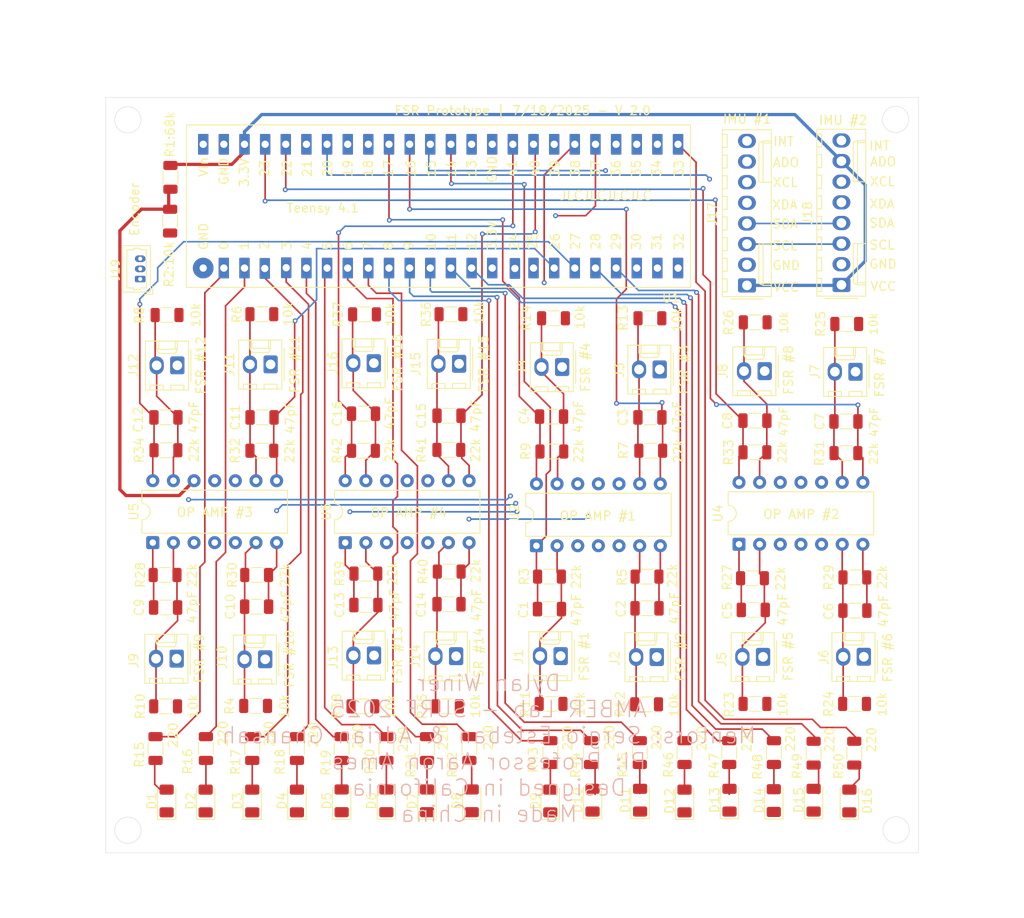
<source format=kicad_pcb>
(kicad_pcb (version 20241229) (generator "pcbnew") (generator_version "9.0")
  (layers (0 "F.Cu" signal "Front") (4 "In1.Cu" signal) (6 "In2.Cu" signal) (2 "B.Cu" signal "Back") (13 "F.Paste" user) (15 "B.Paste" user) (5 "F.SilkS" user "F.Silkscreen") (7 "B.SilkS" user "B.Silkscreen") (1 "F.Mask" user) (3 "B.Mask" user) (25 "Edge.Cuts" user))
  (net 0 "")
  (net 1 "Net-(U1-14_A0_TX3_SPDIF_OUT)")
  (net 2 "Net-(J1-Pin_2)")
  (net 3 "Net-(J2-Pin_2)")
  (net 4 "Net-(U1-15_A1_RX3_SPDIF_IN)")
  (net 5 "Net-(J3-Pin_2)")
  (net 6 "Net-(U1-16_A2_RX4_SCL1)")
  (net 7 "Net-(U1-17_A3_TX4_SDA1)")
  (net 8 "Net-(J4-Pin_2)")
  (net 9 "Net-(U1-20_A6_TX5_LRCLK1)")
  (net 10 "Net-(J5-Pin_2)")
  (net 11 "Net-(U1-21_A7_RX5_BCLK1)")
  (net 12 "Net-(J6-Pin_2)")
  (net 13 "Net-(U1-22_A8_CTX1)")
  (net 14 "Net-(J7-Pin_2)")
  (net 15 "Net-(J8-Pin_2)")
  (net 16 "Net-(U1-23_A9_CRX1_MCLK1)")
  (net 17 "Net-(J9-Pin_2)")
  (net 18 "Net-(U1-24_A10_TX6_SCL2)")
  (net 19 "Net-(J10-Pin_2)")
  (net 20 "Net-(U1-25_A11_RX6_SDA2)")
  (net 21 "Net-(J11-Pin_2)")
  (net 22 "Net-(U1-26_A12_MOSI1)")
  (net 23 "Net-(J12-Pin_2)")
  (net 24 "Net-(U1-27_A13_SCK1)")
  (net 25 "Net-(U1-38_CS1_IN1_A14)")
  (net 26 "Net-(J13-Pin_2)")
  (net 27 "Net-(J14-Pin_2)")
  (net 28 "Net-(U1-39_MISO1_OUT1A_A15)")
  (net 29 "Net-(U1-40_A16)")
  (net 30 "Net-(J15-Pin_2)")
  (net 31 "Net-(J16-Pin_2)")
  (net 32 "Net-(U1-41_A17)")
  (net 33 "GND")
  (net 34 "Net-(D1-A)")
  (net 35 "Net-(D2-A)")
  (net 36 "Net-(D3-A)")
  (net 37 "Net-(D4-A)")
  (net 38 "Net-(D5-A)")
  (net 39 "Net-(D6-A)")
  (net 40 "Net-(D7-A)")
  (net 41 "Net-(D8-A)")
  (net 42 "Net-(D9-A)")
  (net 43 "Net-(D10-A)")
  (net 44 "Net-(D11-A)")
  (net 45 "Net-(D12-A)")
  (net 46 "Net-(D13-A)")
  (net 47 "Net-(D14-A)")
  (net 48 "Net-(D15-A)")
  (net 49 "Net-(D16-A)")
  (net 50 "Net-(U2A-+)")
  (net 51 "Net-(U1-0_RX1_CRX2_CS1)")
  (net 52 "Net-(U1-1_TX1_CTX2_MISO1)")
  (net 53 "Net-(U1-2_OUT2)")
  (net 54 "Net-(U1-3_LRCLK2)")
  (net 55 "Net-(U1-7_RX2_OUT1A)")
  (net 56 "Net-(U1-6_OUT1D)")
  (net 57 "Net-(U1-5_IN2)")
  (net 58 "Net-(U1-4_BCLK2)")
  (net 59 "Net-(U1-8_TX2_IN1)")
  (net 60 "Net-(U1-9_OUT1C)")
  (net 61 "Net-(U1-10_CS_MQSR)")
  (net 62 "Net-(U1-11_MOSI_CTX1)")
  (net 63 "Net-(U1-12_MISO_MQSL)")
  (net 64 "Net-(U1-28_RX7)")
  (net 65 "Net-(U1-29_TX7)")
  (net 73 "Net-(J19-Pin_1)")
  (net 79 "Net-(J17-Pin_4)")
  (net 80 "Net-(J17-Pin_1)")
  (net 81 "Net-(J17-Pin_3)")
  (net 82 "Net-(J19-Pin_2)")
  (net 86 "Net-(U1-33_MCLK2)")
  (footprint "LED_SMD:LED_1206_3216Metric" (layer "F.Cu") (at 109.5 134.6 90)
    (property "Reference" "D1")
    (property "Value" "LED")
  )
  (footprint "Connector_Molex:Molex_KK-254_AE-6410-02A_1x02_P2.54mm_Vertical" (layer "F.Cu") (at 134.995 80.7 180)
    (property "Reference" "J16")
    (property "Value" "FSR_16_Conn")
  )
  (footprint "Resistor_SMD:R_1206_3216Metric" (layer "F.Cu") (at 144.22 91.38)
    (property "Reference" "R41")
    (property "Value" "22k")
  )
  (footprint "Resistor_SMD:R_1206_3216Metric" (layer "F.Cu") (at 109.415 91.425 180)
    (property "Reference" "R34")
    (property "Value" "22k")
  )
  (footprint "Connector_Molex:Molex_KK-254_AE-6410-02A_1x02_P2.54mm_Vertical" (layer "F.Cu") (at 194.2525 81.76 180)
    (property "Reference" "J7")
    (property "Value" "FSR_7_Conn")
  )
  (footprint "Capacitor_SMD:C_1206_3216Metric" (layer "F.Cu") (at 144.24 87.175)
    (property "Reference" "C15")
    (property "Value" "47pF")
  )
  (footprint "LED_SMD:LED_1206_3216Metric" (layer "F.Cu") (at 189.1 134.5 90)
    (property "Reference" "D15")
    (property "Value" "LED")
  )
  (footprint "Connector_Molex:Molex_KK-254_AE-6410-08A_1x08_P2.54mm_Vertical" (layer "F.Cu") (at 192.52 71.07 90)
    (property "Reference" "J18")
    (property "Value" "Conn_01x08")
  )
  (footprint "Resistor_SMD:R_1206_3216Metric" (layer "F.Cu") (at 144.05 122.95 180)
    (property "Reference" "R35")
    (property "Value" "10k")
  )
  (footprint "Resistor_SMD:R_1206_3216Metric" (layer "F.Cu") (at 109.375 122.95 180)
    (property "Reference" "R10")
    (property "Value" "10k")
  )
  (footprint "LED_SMD:LED_1206_3216Metric" (layer "F.Cu") (at 156.7 134.6 90)
    (property "Reference" "D9")
    (property "Value" "LED")
  )
  (footprint "Resistor_SMD:R_1206_3216Metric" (layer "F.Cu") (at 181.8775 91.68 180)
    (property "Reference" "R33")
    (property "Value" "22k")
  )
  (footprint "Resistor_SMD:R_1206_3216Metric" (layer "F.Cu") (at 120.575 106.78)
    (property "Reference" "R30")
    (property "Value" "22k")
  )
  (footprint "Resistor_SMD:R_1206_3216Metric" (layer "F.Cu") (at 109.97 57.83 -90)
    (property "Reference" "R1:68k")
    (property "Value" "68k" (hide yes))
  )
  (footprint "Resistor_SMD:R_1206_3216Metric" (layer "F.Cu") (at 133.65 122.95 180)
    (property "Reference" "R38")
    (property "Value" "10k")
  )
  (footprint "Capacitor_SMD:C_1206_3216Metric" (layer "F.Cu") (at 109.375 110.78 180)
    (property "Reference" "C9")
    (property "Value" "47pF")
  )
  (footprint "Resistor_SMD:R_1206_3216Metric" (layer "F.Cu") (at 181.5775 107.18 180)
    (property "Reference" "R27")
    (property "Value" "22k")
  )
  (footprint "Resistor_SMD:R_1206_3216Metric" (layer "F.Cu") (at 134.015 106.61 180)
    (property "Reference" "R39")
    (property "Value" "22k")
  )
  (footprint "Capacitor_SMD:C_1206_3216Metric" (layer "F.Cu") (at 168.6025 110.88)
    (property "Reference" "C2")
    (property "Value" "47pF")
  )
  (footprint "Resistor_SMD:R_1206_3216Metric" (layer "F.Cu") (at 193.0775 91.78)
    (property "Reference" "R31")
    (property "Value" "22k")
  )
  (footprint "Resistor_SMD:R_1206_3216Metric" (layer "F.Cu") (at 146.7475 128.1425 -90)
    (property "Reference" "R22")
    (property "Value" "220")
  )
  (footprint "Capacitor_SMD:C_1206_3216Metric" (layer "F.Cu") (at 120.575 110.68)
    (property "Reference" "C10")
    (property "Value" "47pF")
  )
  (footprint "Resistor_SMD:R_1206_3216Metric" (layer "F.Cu") (at 194.1375 122.65 180)
    (property "Reference" "R24")
    (property "Value" "10k")
  )
  (footprint "Resistor_SMD:R_1206_3216Metric" (layer "F.Cu") (at 181.915 75.68 180)
    (property "Reference" "R26")
    (property "Value" "10k")
  )
  (footprint "Package_DIP:DIP-14_W7.62mm" (layer "F.Cu") (at 179.92 103 90)
    (property "Reference" "U4")
    (property "Value" "MCP6004")
  )
  (footprint "Capacitor_SMD:C_1206_3216Metric" (layer "F.Cu") (at 133.72 86.925 180)
    (property "Reference" "C16")
    (property "Value" "47pF")
  )
  (footprint "Resistor_SMD:R_1206_3216Metric" (layer "F.Cu") (at 181.8875 122.65 180)
    (property "Reference" "R23")
    (property "Value" "10k")
  )
  (footprint "Connector_Molex:Molex_KK-254_AE-6410-02A_1x02_P2.54mm_Vertical" (layer "F.Cu") (at 110.735 117.08 180)
    (property "Reference" "J9")
    (property "Value" "FSR_9_Conn")
  )
  (footprint "LED_SMD:LED_1206_3216Metric" (layer "F.Cu") (at 161.9 134.5 90)
    (property "Reference" "D10")
    (property "Value" "LED")
  )
  (footprint "LED_SMD:LED_1206_3216Metric" (layer "F.Cu") (at 141.535 134.58 90)
    (property "Reference" "D7")
    (property "Value" "LED")
  )
  (footprint "Resistor_SMD:R_1206_3216Metric" (layer "F.Cu") (at 141.535 128.1425 -90)
    (property "Reference" "R21")
    (property "Value" "220")
  )
  (footprint "Capacitor_SMD:C_1206_3216Metric" (layer "F.Cu") (at 144.24 110.38)
    (property "Reference" "C14")
    (property "Value" "47pF")
  )
  (footprint "Connector_Molex:Molex_KK-254_AE-6410-02A_1x02_P2.54mm_Vertical" (layer "F.Cu") (at 145.4825 80.78 180)
    (property "Reference" "J15")
    (property "Value" "FSR_15_Conn")
  )
  (footprint "LED_SMD:LED_1206_3216Metric" (layer "F.Cu") (at 173.215 134.6 90)
    (property "Reference" "D12")
    (property "Value" "LED")
  )
  (footprint "Resistor_SMD:R_1206_3216Metric" (layer "F.Cu") (at 168.55 122.7 180)
    (property "Reference" "R12")
    (property "Value" "10k")
  )
  (footprint "Resistor_SMD:R_1206_3216Metric" (layer "F.Cu") (at 109.93 63.22 -90)
    (property "Reference" "R2:10k")
    (property "Value" "10k" (hide yes))
  )
  (footprint "Resistor_SMD:R_1206_3216Metric" (layer "F.Cu") (at 125.535 128.1425 -90)
    (property "Reference" "R18")
    (property "Value" "220")
  )
  (footprint "Resistor_SMD:R_1206_3216Metric" (layer "F.Cu") (at 194.1775 107.08)
    (property "Reference" "R29")
    (property "Value" "22k")
  )
  (footprint "Resistor_SMD:R_1206_3216Metric" (layer "F.Cu") (at 144.4825 74.68 180)
    (property "Reference" "R36")
    (property "Value" "10k")
  )
  (footprint "LED_SMD:LED_1206_3216Metric" (layer "F.Cu") (at 131.035 134.58 90)
    (property "Reference" "D5")
    (property "Value" "LED")
  )
  (footprint "Resistor_SMD:R_1206_3216Metric" (layer "F.Cu") (at 194.1 128.7125 -90)
    (property "Reference" "R50")
    (property "Value" "220")
  )
  (footprint "Connector_Molex:Molex_KK-254_AE-6410-02A_1x02_P2.54mm_Vertical" (layer "F.Cu") (at 122.29 80.86 180)
    (property "Reference" "J11")
    (property "Value" "FSR_11_Conn")
  )
  (footprint "Connector_Molex:Molex_KK-254_AE-6410-02A_1x02_P2.54mm_Vertical" (layer "F.Cu") (at 157.9775 116.76 180)
    (property "Reference" "J1")
    (property "Value" "FSR_1_Conn")
  )
  (footprint "Resistor_SMD:R_1206_3216Metric" (layer "F.Cu") (at 178.715 128.6425 -90)
    (property "Reference" "R47")
    (property "Value" "220")
  )
  (footprint "LED_SMD:LED_1206_3216Metric" (layer "F.Cu") (at 184.2 134.55 90)
    (property "Reference" "D14")
    (property "Value" "LED")
  )
  (footprint "Resistor_SMD:R_1206_3216Metric" (layer "F.Cu") (at 193.1775 75.88 180)
    (property "Reference" "R25")
    (property "Value" "10k")
  )
  (footprint "Resistor_SMD:R_1206_3216Metric" (layer "F.Cu") (at 168.6025 106.98)
    (property "Reference" "R5")
    (property "Value" "22k")
  )
  (footprint "LED_SMD:LED_1206_3216Metric" (layer "F.Cu") (at 167.75 134.5 90)
    (property "Reference" "D11")
    (property "Value" "LED")
  )
  (footprint "Resistor_SMD:R_1206_3216Metric" (layer "F.Cu") (at 109.3125 106.78 180)
    (property "Reference" "R28")
    (property "Value" "22k")
  )
  (footprint "Capacitor_SMD:C_1206_3216Metric" (layer "F.Cu") (at 121.24 87.38)
    (property "Reference" "C11")
    (property "Value" "47pF")
  )
  (footprint "Resistor_SMD:R_1206_3216Metric" (layer "F.Cu") (at 121.215 74.68 180)
    (property "Reference" "R6")
    (property "Value" "10k")
  )
  (footprint "LED_SMD:LED_1206_3216Metric" (layer "F.Cu") (at 114.3 134.6 90)
    (property "Reference" "D2")
    (property "Value" "LED")
  )
  (footprint "Capacitor_SMD:C_1206_3216Metric" (layer "F.Cu") (at 194.1775 111.16)
    (property "Reference" "C6")
    (property "Value" "47pF")
  )
  (footprint "Capacitor_SMD:C_1206_3216Metric" (layer "F.Cu") (at 181.8775 87.78 180)
    (property "Reference" "C8")
    (property "Value" "47pF")
  )
  (footprint "LED_SMD:LED_1206_3216Metric" (layer "F.Cu") (at 147.035 134.58 90)
    (property "Reference" "D8")
    (property "Value" "LED")
  )
  (footprint "LED_SMD:LED_1206_3216Metric" (layer "F.Cu") (at 120.035 134.6 90)
    (property "Reference" "D3")
    (property "Value" "LED")
  )
  (footprint "Resistor_SMD:R_1206_3216Metric" (layer "F.Cu") (at 184.215 128.6425 -90)
    (property "Reference" "R48")
    (property "Value" "220")
  )
  (footprint "Resistor_SMD:R_1206_3216Metric" (layer "F.Cu") (at 157.0975 75.18 180)
    (property "Reference" "R14")
    (property "Value" "10k")
  )
  (footprint "Resistor_SMD:R_1206_3216Metric" (layer "F.Cu") (at 120.035 128.1425 -90)
    (property "Reference" "R17")
    (property "Value" "220")
  )
  (footprint "Resistor_SMD:R_1206_3216Metric" (layer "F.Cu") (at 114.335 128.1425 -90)
    (property "Reference" "R16")
    (property "Value" "220")
  )
  (footprint "Resistor_SMD:R_1206_3216Metric" (layer "F.Cu") (at 168.96 75.18 180)
    (property "Reference" "R13")
    (property "Value" "10k")
  )
  (footprint "Resistor_SMD:R_1206_3216Metric" (layer "F.Cu") (at 109.5525 74.78 180)
    (property "Reference" "R8")
    (property "Value" "10k")
  )
  (footprint "LED_SMD:LED_1206_3216Metric" (layer "F.Cu") (at 193.5 134.6 90)
    (property "Reference" "D16")
    (property "Value" "LED")
  )
  (footprint "LED_SMD:LED_1206_3216Metric" (layer "F.Cu") (at 178.75 134.5 90)
    (property "Reference" "D13")
    (property "Value" "LED")
  )
  (footprint "Connector_Molex:Molex_KK-254_AE-6410-08A_1x08_P2.54mm_Vertical" (layer "F.Cu") (at 180.9 71.13 90)
    (property "Reference" "J17")
    (property "Value" "Conn_01x08")
  )
  (footprint "Connector_Molex:Molex_KK-254_AE-6410-02A_1x02_P2.54mm_Vertical" (layer "F.Cu") (at 158.16 81.18 180)
    (property "Reference" "J4")
    (property "Value" "FSR_4_Conn")
  )
  (footprint "Resistor_SMD:R_1206_3216Metric" (layer "F.Cu") (at 156.8 122.65 180)
    (property "Reference" "R11")
    (property "Value" "10k")
  )
  (footprint "Connector_Molex:Molex_KK-254_AE-6410-02A_1x02_P2.54mm_Vertical" (layer "F.Cu") (at 182.8775 116.86 180)
    (property "Reference" "J5")
    (property "Value" "FSR_5_Conn")
  )
  (footprint "Connector_Molex:Molex_KK-254_AE-6410-02A_1x02_P2.54mm_Vertical" (layer "F.Cu") (at 195.2775 116.85 180)
    (property "Reference" "J6")
    (property "Value" "FSR_6_Conn")
  )
  (footprint "Resistor_SMD:R_1206_3216Metric" (layer "F.Cu") (at 108.135 128.1425 -90)
    (property "Reference" "R15")
    (property "Value" "220")
  )
  (footprint "Capacitor_SMD:C_1206_3216Metric" (layer "F.Cu") (at 168.96 87.38)
    (property "Reference" "C3")
    (property "Value" "47pF")
  )
  (footprint "Package_DIP:DIP-14_W7.62mm" (layer "F.Cu") (at 131.475 102.8 90)
    (property "Reference" "U6")
    (property "Value" "MCP6004")
  )
  (footprint "Package_DIP:DIP-14_W7.62mm" (layer "F.Cu") (at 155 103.18 90)
    (property "Reference" "U2")
    (property "Value" "MCP6004")
  )
  (footprint "Resistor_SMD:R_1206_3216Metric" (layer "F.Cu") (at 156.6025 106.98 180)
    (property "Reference" "R3")
    (property "Value" "22k")
  )
  (footprint "Package_DIP:DIP-14_W7.62mm" (layer "F.Cu") (at 107.795 102.795 90)
    (property "Reference" "U5")
    (property "Value" "MCP6004")
  )
  (footprint "Connector_Molex:Molex_PicoBlade_53047-0310_1x03_P1.25mm_Vertical" (layer "F.Cu") (at 106.25 70.35 90)
    (property "Reference" "J19")
    (property "Value" "Conn_01x03")
  )
  (footprint "Connector_Molex:Molex_KK-254_AE-6410-02A_1x02_P2.54mm_Vertical" (layer "F.Cu") (at 110.815 80.98 180)
    (property "Reference" "J12")
    (property "Value" "FSR_12_Conn")
  )
  (footprint "Connector_Molex:Molex_KK-254_AE-6410-02A_1x02_P2.54mm_Vertical" (layer "F.Cu") (at 183.0775 81.68 180)
    (property "Reference" "J8")
    (property "Value" "FSR_8_Conn")
  )
  (footprint "Capacitor_SMD:C_1206_3216Metric" (layer "F.Cu") (at 109.415 87.38 180)
    (property "Reference" "C12")
    (property "Value" "47pF")
  )
  (footprint "Resistor_SMD:R_1206_3216Metric" (layer "F.Cu") (at 156.8975 91.58 180)
    (property "Reference" "R9")
    (property "Value" "22k")
  )
  (footprint "Resistor_SMD:R_1206_3216Metric" (layer "F.Cu") (at 189.1 128.7125 -90)
    (property "Reference" "R49")
    (property "Value" "220")
  )
  (footprint "Resistor_SMD:R_1206_3216Metric" (layer "F.Cu") (at 144.265 106.36)
    (property "Reference" "R40")
    (property "Value" "22k")
  )
  (footprint "Resistor_SMD:R_1206_3216Metric" (layer "F.Cu") (at 169.06 91.48)
    (property "Reference" "R7")
    (property "Value" "22k")
  )
  (footprint "MyTeensyLiv:Teensy_4.1" (layer "F.Cu") (at 141.94 61.38 90)
    (property "Reference" "U1")
    (property "Value" "Teensy4.1")
  )
  (footprint "Resistor_SMD:R_1206_3216Metric" (layer "F.Cu") (at 133.845 74.7 180)
    (property "Reference" "R37")
    (property "Value" "10k")
  )
  (footprint "Connector_Molex:Molex_KK-254_AE-6410-02A_1x02_P2.54mm_Vertical" (layer "F.Cu") (at 121.625 117.16 180)
    (property "Reference" "J10")
    (property "Value" "FSR_10_Conn")
  )
  (footprint "Resistor_SMD:R_1206_3216Metric" (layer "F.Cu") (at 173.215 128.6425 -90)
    (property "Reference" "R46")
    (property "Value" "220")
  )
  (footprint "Resistor_SMD:R_1206_3216Metric" (layer "F.Cu") (at 131.035 128.1425 -90)
    (property "Reference" "R19")
    (property "Value" "220")
  )
  (footprint "Capacitor_SMD:C_1206_3216Metric" (layer "F.Cu") (at 181.6775 111.08 180)
    (property "Reference" "C5")
    (property "Value" "47pF")
  )
  (footprint "Resistor_SMD:R_1206_3216Metric" (layer "F.Cu") (at 167.715 128.6425 -90)
    (property "Reference" "R45")
    (property "Value" "220")
  )
  (footprint "LED_SMD:LED_1206_3216Metric" (layer "F.Cu") (at 136.535 134.58 90)
    (property "Reference" "D6")
    (property "Value" "LED")
  )
  (footprint "Connector_Molex:Molex_KK-254_AE-6410-02A_1x02_P2.54mm_Vertical" (layer "F.Cu") (at 135.015 116.68 180)
    (property "Reference" "J13")
    (property "Value" "FSR_13_Conn")
  )
  (footprint "Capacitor_SMD:C_1206_3216Metric" (layer "F.Cu") (at 134.015 110.48 180)
    (property "Reference" "C13")
    (property "Value" "47pF")
  )
  (footprint "Resistor_SMD:R_1206_3216Metric" (layer "F.Cu") (at 120.45 122.9 180)
    (property "Reference" "R4")
    (property "Value" "10k")
  )
  (footprint "Capacitor_SMD:C_1206_3216Metric" (layer "F.Cu") (at 193.0775 87.88)
    (property "Reference" "C7")
    (property "Value" "47pF")
  )
  (footprint "Resistor_SMD:R_1206_3216Metric" (layer "F.Cu") (at 121.215 91.48)
    (property "Reference" "R32")
    (property "Value" "22k")
  )
  (footprint "Resistor_SMD:R_1206_3216Metric" (layer "F.Cu") (at 133.72 91.49 180)
    (property "Reference" "R42")
    (property "Value" "22k")
  )
  (footprint "Capacitor_SMD:C_1206_3216Metric" (layer "F.Cu") (at 156.6025 110.98 180)
    (property "Reference" "C1")
    (property "Value" "47pF")
  )
  (footprint "Connector_Molex:Molex_KK-254_AE-6410-02A_1x02_P2.54mm_Vertical" (layer "F.Cu") (at 145.115 116.78 180)
    (property "Reference" "J14")
    (property "Value" "FSR_14_Conn")
  )
  (footprint "Resistor_SMD:R_1206_3216Metric" (layer "F.Cu") (at 161.715 128.6425 -90)
    (property "Reference" "R44")
    (property "Value" "220")
  )
  (footprint "Connector_Molex:Molex_KK-254_AE-6410-02A_1x02_P2.54mm_Vertical" (layer "F.Cu") (at 170.16 81.48 180)
    (property "Reference" "J3")
    (property "Value" "FSR_3_Conn")
  )
  (footprint "LED_SMD:LED_1206_3216Metric" (layer "F.Cu") (at 125.535 134.6 90)
    (property "Reference" "D4")
    (property "Value" "LED")
  )
  (footprint "Resistor_SMD:R_1206_3216Metric" (layer "F.Cu") (at 136.535 128.1425 -90)
    (property "Reference" "R20")
    (property "Value" "220")
  )
  (footprint "Capacitor_SMD:C_1206_3216Metric" (layer "F.Cu") (at 156.86 87.28 180)
    (property "Reference" "C4")
    (property "Value" "47pF")
  )
  (footprint "Connector_Molex:Molex_KK-254_AE-6410-02A_1x02_P2.54mm_Vertical" (layer "F.Cu") (at 169.8025 116.88 180)
    (property "Reference" "J2")
    (property "Value" "FSR_2_Conn")
  )
  (footprint "Resistor_SMD:R_1206_3216Metric" (layer "F.Cu") (at 156.715 128.6425 -90)
    (property "Reference" "R43")
    (property "Value" "220")
  )
  (gr_line (start 102 49) (end 102 48) (stroke (width 0.05)) (layer "Edge.Cuts"))
  (gr_line (start 202 140) (end 202 49) (stroke (width 0.05)) (layer "Edge.Cuts"))
  (gr_line (start 202 141) (end 202 140) (stroke (width 0.05)) (layer "Edge.Cuts"))
  (gr_line (start 103 141) (end 201 141) (stroke (width 0.05)) (layer "Edge.Cuts"))
  (gr_line (start 202 49) (end 202 48) (stroke (width 0.05)) (layer "Edge.Cuts"))
  (gr_circle (center 199.181352 50.7) (end 200.787596 50.5) (stroke (width 0.05)) (fill no) (layer "Edge.Cuts"))
  (gr_circle (center 104.731352 138.2) (end 106.337596 138) (stroke (width 0.05)) (fill no) (layer "Edge.Cuts"))
  (gr_line (start 102 141) (end 103 141) (stroke (width 0.05)) (layer "Edge.Cuts"))
  (gr_line (start 201 141) (end 202 141) (stroke (width 0.05)) (layer "Edge.Cuts"))
  (gr_line (start 202 48) (end 201 48) (stroke (width 0.05)) (layer "Edge.Cuts"))
  (gr_line (start 102 140) (end 102 141) (stroke (width 0.05)) (layer "Edge.Cuts"))
  (gr_line (start 201 48) (end 103 48) (stroke (width 0.05)) (layer "Edge.Cuts"))
  (gr_circle (center 104.731352 50.75) (end 106.337596 50.55) (stroke (width 0.05)) (fill no) (layer "Edge.Cuts"))
  (gr_circle (center 199.25 138.168648) (end 200.856244 137.968648) (stroke (width 0.05)) (fill no) (layer "Edge.Cuts"))
  (gr_line (start 102 49) (end 102 140) (stroke (width 0.05)) (layer "Edge.Cuts"))
  (gr_line (start 102 48) (end 103 48) (stroke (width 0.05)) (layer "Edge.Cuts"))
  (gr_text "GND" (at 195.85 69.15 0) (layer "F.SilkS") (effects (font (size 1.1 1.1) (thickness 0.16)) (justify left bottom)))
  (gr_text "Teensy 4.1" (at 124.15 62.25 0) (layer "F.SilkS") (effects (font (size 1.1 1.1) (thickness 0.16)) (justify left bottom)))
  (gr_text "FSR #11" (at 125.9 84.5 90) (layer "F.SilkS") (effects (font (size 1.1 1.1) (thickness 0.16)) (justify left bottom)))
  (gr_text "Encoder" (at 106.2 65.15 90) (layer "F.SilkS") (effects (font (size 1.1 1.1) (thickness 0.16)) (justify left bottom)))
  (gr_text "FSR #2" (at 173.35 120 90) (layer "F.SilkS") (effects (font (size 1.1 1.1) (thickness 0.16)) (justify left bottom)))
  (gr_text "FSR #10" (at 125.25 120.75 90) (layer "F.SilkS") (effects (font (size 1.1 1.1) (thickness 0.16)) (justify left bottom)))
  (gr_text "FSR #9" (at 114.15 120.2 90) (layer "F.SilkS") (effects (font (size 1.1 1.1) (thickness 0.16)) (justify left bottom)))
  (gr_text "FSR #12" (at 114.35 84.65 90) (layer "F.SilkS") (effects (font (size 1.1 1.1) (thickness 0.16)) (justify left bottom)))
  (gr_text "OP AMP #3" (at 110.65 99.7 0) (layer "F.SilkS") (effects (font (size 1.1 1.1) (thickness 0.16)) (justify left bottom)))
  (gr_text "FSR Prototype | 7/18/2025 - V 2.0" (at 153.3 50.25 0) (layer "F.SilkS") (effects (font (size 1.1 1.1) (thickness 0.16)) (justify bottom)))
  (gr_text "FSR #5" (at 186.6 119.95 90) (layer "F.SilkS") (effects (font (size 1.1 1.1) (thickness 0.16)) (justify left bottom)))
  (gr_text "ADO" (at 184 56.65 0) (layer "F.SilkS") (effects (font (size 1.1 1.1) (thickness 0.16)) (justify left bottom)))
  (gr_text "FSR #4" (at 161.65 84.35 90) (layer "F.SilkS") (effects (font (size 1.1 1.1) (thickness 0.16)) (justify left bottom)))
  (gr_text "FSR #3" (at 173.8 84.65 90) (layer "F.SilkS") (effects (font (size 1.1 1.1) (thickness 0.16)) (justify left bottom)))
  (gr_text "SCL" (at 195.9 66.8 0) (layer "F.SilkS") (effects (font (size 1.1 1.1) (thickness 0.16)) (justify left bottom)))
  (gr_text "IMU #2" (at 189.65 51.45 0) (layer "F.SilkS") (effects (font (size 1.1 1.1) (thickness 0.16)) (justify left bottom)))
  (gr_text "FSR #13" (at 138.55 120.3 90) (layer "F.SilkS") (effects (font (size 1.1 1.1) (thickness 0.16)) (justify left bottom)))
  (gr_text "XCL" (at 195.95 59 0) (layer "F.SilkS") (effects (font (size 1.1 1.1) (thickness 0.16)) (justify left bottom)))
  (gr_text "OP AMP #1" (at 157.75 100.15 0) (layer "F.SilkS") (effects (font (size 1.1 1.1) (thickness 0.16)) (justify left bottom)))
  (gr_text "IMU #1" (at 177.85 51.3 0) (layer "F.SilkS") (effects (font (size 1.1 1.1) (thickness 0.16)) (justify left bottom)))
  (gr_text "FSR #1" (at 161.5 119.95 90) (layer "F.SilkS") (effects (font (size 1.1 1.1) (thickness 0.16)) (justify left bottom)))
  (gr_text "INT" (at 195.85 54.6 0) (layer "F.SilkS") (effects (font (size 1.1 1.1) (thickness 0.16)) (justify left bottom)))
  (gr_text "FSR #14" (at 148.55 120.5 90) (layer "F.SilkS") (effects (font (size 1.1 1.1) (thickness 0.16)) (justify left bottom)))
  (gr_text "SCL" (at 183.95 66.9 0) (layer "F.SilkS") (effects (font (size 1.1 1.1) (thickness 0.16)) (justify left bottom)))
  (gr_text "FSR #15" (at 149.15 84.45 90) (layer "F.SilkS") (effects (font (size 1.1 1.1) (thickness 0.16)) (justify left bottom)))
  (gr_text "FSR #16" (at 138.55 84.3 90) (layer "F.SilkS") (effects (font (size 1.1 1.1) (thickness 0.16)) (justify left bottom)))
  (gr_text "ADO" (at 195.95 56.55 0) (layer "F.SilkS") (effects (font (size 1.1 1.1) (thickness 0.16)) (justify left bottom)))
  (gr_text "OP AMP #4" (at 134.5 99.75 0) (layer "F.SilkS") (effects (font (size 1.1 1.1) (thickness 0.16)) (justify left bottom)))
  (gr_text "FSR #6" (at 198.85 120.1 90) (layer "F.SilkS") (effects (font (size 1.1 1.1) (thickness 0.16)) (justify left bottom)))
  (gr_text "OP AMP #2" (at 182.8 99.95 0) (layer "F.SilkS") (effects (font (size 1.1 1.1) (thickness 0.16)) (justify left bottom)))
  (gr_text "INT" (at 184.05 54.05 0) (layer "F.SilkS") (effects (font (size 1.1 1.1) (thickness 0.16)) (justify left bottom)))
  (gr_text "XDA" (at 183.9 61.85 0) (layer "F.SilkS") (effects (font (size 1.1 1.1) (thickness 0.16)) (justify left bottom)))
  (gr_text "SDA" (at 195.85 64.1 0) (layer "F.SilkS") (effects (font (size 1.1 1.1) (thickness 0.16)) (justify left bottom)))
  (gr_text "VCC" (at 184.05 72 0) (layer "F.SilkS") (effects (font (size 1.1 1.1) (thickness 0.16)) (justify left bottom)))
  (gr_text "JLCJLCJLCJLC" (at 157.75 60.7 0) (layer "F.SilkS") (effects (font (size 1.1 1.1) (thickness 0.16)) (justify left bottom)))
  (gr_text "FSR #8" (at 186.65 84.7 90) (layer "F.SilkS") (effects (font (size 1.1 1.1) (thickness 0.16)) (justify left bottom)))
  (gr_text "GND" (at 183.95 69.3 0) (layer "F.SilkS") (effects (font (size 1.1 1.1) (thickness 0.16)) (justify left bottom)))
  (gr_text "FSR #7" (at 197.85 85 90) (layer "F.SilkS") (effects (font (size 1.1 1.1) (thickness 0.16)) (justify left bottom)))
  (gr_text "XDA" (at 195.85 61.75 0) (layer "F.SilkS") (effects (font (size 1.1 1.1) (thickness 0.16)) (justify left bottom)))
  (gr_text "VCC" (at 196 71.9 0) (layer "F.SilkS") (effects (font (size 1.1 1.1) (thickness 0.16)) (justify left bottom)))
  (gr_text "XCL" (at 184 59.1 0) (layer "F.SilkS") (effects (font (size 1.1 1.1) (thickness 0.16)) (justify left bottom)))
  (gr_text "SDA" (at 183.95 64.2 0) (layer "F.SilkS") (effects (font (size 1.1 1.1) (thickness 0.16)) (justify left bottom)))
  (gr_text "Dylan Winer\nAMBER Lab - SURF 2025\nMentors: Sergio Esteban & Adrian Ghansah\nPI: Professor Aaron Ames\nDesigned in California\nMade in China" (at 149.15 137.35 0) (layer "B.SilkS") (effects (font (size 2 2) (thickness 0.16)) (justify bottom mirror)))
  (segment (start 155 103.18) (end 155 106.84) (width 0.2) (layer "F.Cu") (net 1))
  (segment (start 144.55 58.6) (end 144.48 58.53) (width 0.2) (layer "F.Cu") (net 1))
  (segment (start 153.5 58.7) (end 153.5 82.95) (width 0.2) (layer "F.Cu") (net 1))
  (segment (start 155.14 110.9675) (end 155.1275 110.98) (width 0.2) (layer "F.Cu") (net 1))
  (segment (start 156.2 101.98) (end 155 103.18) (width 0.2) (layer "F.Cu") (net 1))
  (segment (start 156.2 94.4) (end 156.2 101.98) (width 0.2) (layer "F.Cu") (net 1))
  (segment (start 156.7 93.9) (end 156.2 94.4) (width 0.2) (layer "F.Cu") (net 1))
  (segment (start 153.5 82.95) (end 156.7 86.15) (width 0.2) (layer "F.Cu") (net 1))
  (segment (start 155 106.84) (end 155.14 106.98) (width 0.2) (layer "F.Cu") (net 1))
  (segment (start 156.7 86.15) (end 156.7 93.9) (width 0.2) (layer "F.Cu") (net 1))
  (segment (start 144.48 58.53) (end 144.48 53.76) (width 0.2) (layer "F.Cu") (net 1))
  (segment (start 155.14 106.98) (end 155.14 110.9675) (width 0.2) (layer "F.Cu") (net 1))
  (via (at 153.5 58.7) (size 0.6) (drill 0.3) (layers "F.Cu" "B.Cu") (net 1))
  (via (at 144.55 58.6) (size 0.6) (drill 0.3) (layers "F.Cu" "B.Cu") (net 1))
  (segment (start 144.55 58.6) (end 153.4 58.6) (width 0.2) (layer "B.Cu") (net 1))
  (segment (start 153.4 58.6) (end 153.5 58.7) (width 0.2) (layer "B.Cu") (net 1))
  (segment (start 158.065 106.98) (end 158.065 110.9675) (width 0.2) (layer "F.Cu") (net 2))
  (segment (start 157.54 106.455) (end 158.065 106.98) (width 0.2) (layer "F.Cu") (net 2))
  (segment (start 157.54 103.18) (end 157.54 106.455) (width 0.2) (layer "F.Cu") (net 2))
  (segment (start 155.4375 123.1775) (end 155.44 123.18) (width 0.2) (layer "F.Cu") (net 2))
  (segment (start 158.0775 110.98) (end 158.0775 112.0725) (width 0.2) (layer "F.Cu") (net 2))
  (segment (start 158.0775 112.0725) (end 155.4375 114.7125) (width 0.2) (layer "F.Cu") (net 2))
  (segment (start 158.065 110.9675) (end 158.0775 110.98) (width 0.2) (layer "F.Cu") (net 2))
  (segment (start 155.4375 116.76) (end 155.4375 123.1775) (width 0.2) (layer "F.Cu") (net 2))
  (segment (start 155.4375 114.7125) (end 155.4375 116.76) (width 0.2) (layer "F.Cu") (net 2))
  (segment (start 167.14 106.98) (end 167.14 110.8675) (width 0.2) (layer "F.Cu") (net 3))
  (segment (start 167.1275 116.745) (end 167.2625 116.88) (width 0.2) (layer "F.Cu") (net 3))
  (segment (start 167.2625 122.825) (end 167.0775 123.01) (width 0.2) (layer "F.Cu") (net 3))
  (segment (start 167.7 106.42) (end 167.14 106.98) (width 0.2) (layer "F.Cu") (net 3))
  (segment (start 167.7 103.18) (end 167.7 106.42) (width 0.2) (layer "F.Cu") (net 3))
  (segment (start 167.2625 116.88) (end 167.2625 122.825) (width 0.2) (layer "F.Cu") (net 3))
  (segment (start 167.14 110.8675) (end 167.1275 110.88) (width 0.2) (layer "F.Cu") (net 3))
  (segment (start 167.1275 110.88) (end 167.1275 116.745) (width 0.2) (layer "F.Cu") (net 3))
  (segment (start 170.065 107.065) (end 170.0775 107.0775) (width 0.2) (layer "F.Cu") (net 4))
  (segment (start 170.065 106.98) (end 170.065 107.065) (width 0.2) (layer "F.Cu") (net 4))
  (segment (start 170.24 103.18) (end 170.24 106.805) (width 0.2) (layer "F.Cu") (net 4))
  (segment (start 170.0775 107.0775) (end 170.0775 110.88) (width 0.2) (layer "F.Cu") (net 4))
  (segment (start 170.24 106.805) (end 170.065 106.98) (width 0.2) (layer "F.Cu") (net 4))
  (via (at 163.5 57) (size 0.6) (drill 0.3) (layers "F.Cu" "B.Cu") (net 4))
  (segment (start 163.5 57) (end 141.75 57) (width 0.2) (layer "B.Cu") (net 4))
  (segment (start 141.75 53.95) (end 141.94 53.76) (width 0.2) (layer "B.Cu") (net 4))
  (segment (start 141.75 57) (end 141.75 53.95) (width 0.2) (layer "B.Cu") (net 4))
  (segment (start 167.5975 91.3975) (end 167.485 91.285) (width 0.2) (layer "F.Cu") (net 5))
  (segment (start 167.4975 81.2975) (end 167.4975 75.18) (width 0.2) (layer "F.Cu") (net 5))
  (segment (start 167.7 91.5825) (end 167.5975 91.48) (width 0.2) (layer "F.Cu") (net 5))
  (segment (start 167.62 86.95) (end 167.62 81.48) (width 0.2) (layer "F.Cu") (net 5))
  (segment (start 167.485 87.085) (end 167.62 86.95) (width 0.2) (layer "F.Cu") (net 5))
  (segment (start 167.7 95.56) (end 167.7 91.5825) (width 0.2) (layer "F.Cu") (net 5))
  (segment (start 167.485 91.285) (end 167.485 87.38) (width 0.2) (layer "F.Cu") (net 5))
  (segment (start 167.62 81.42) (end 167.4975 81.2975) (width 0.2) (layer "F.Cu") (net 5))
  (segment (start 167.5975 91.48) (end 167.5975 91.3975) (width 0.2) (layer "F.Cu") (net 5))
  (segment (start 167.485 87.38) (end 167.485 87.085) (width 0.2) (layer "F.Cu") (net 5))
  (segment (start 167.62 81.48) (end 167.62 81.42) (width 0.2) (layer "F.Cu") (net 5))
  (segment (start 164.85 72.8) (end 166.05 71.6) (width 0.2) (layer "F.Cu") (net 6))
  (segment (start 170.5225 87.4675) (end 170.435 87.38) (width 0.2) (layer "F.Cu") (net 6))
  (segment (start 170.5225 91.48) (end 170.5225 87.4675) (width 0.2) (layer "F.Cu") (net 6))
  (segment (start 166.05 71.6) (end 166.05 61.75) (width 0.2) (layer "F.Cu") (net 6))
  (segment (start 170.435 85.565) (end 170.45 85.55) (width 0.2) (layer "F.Cu") (net 6))
  (segment (start 164.85 85.65) (end 164.85 72.8) (width 0.2) (layer "F.Cu") (net 6))
  (segment (start 170.24 91.7625) (end 170.5225 91.48) (width 0.2) (layer "F.Cu") (net 6))
  (segment (start 139.4 61.75) (end 139.4 53.76) (width 0.2) (layer "F.Cu") (net 6))
  (segment (start 170.435 87.38) (end 170.435 85.565) (width 0.2) (layer "F.Cu") (net 6))
  (segment (start 170.24 95.56) (end 170.24 91.7625) (width 0.2) (layer "F.Cu") (net 6))
  (via (at 170.45 85.55) (size 0.6) (drill 0.3) (layers "F.Cu" "B.Cu") (net 6))
  (via (at 166.05 61.75) (size 0.6) (drill 0.3) (layers "F.Cu" "B.Cu") (net 6))
  (via (at 164.85 85.65) (size 0.6) (drill 0.3) (layers "F.Cu" "B.Cu") (net 6))
  (via (at 139.4 61.75) (size 0.6) (drill 0.3) (layers "F.Cu" "B.Cu") (net 6))
  (segment (start 166.05 61.75) (end 139.4 61.75) (width 0.2) (layer "B.Cu") (net 6))
  (segment (start 170.35 85.65) (end 164.85 85.65) (width 0.2) (layer "B.Cu") (net 6))
  (segment (start 170.45 85.55) (end 170.35 85.65) (width 0.2) (layer "B.Cu") (net 6))
  (segment (start 136.86 63.06) (end 136.86 53.76) (width 0.2) (layer "F.Cu") (net 7))
  (segment (start 155 95.56) (end 155 92.015) (width 0.2) (layer "F.Cu") (net 7))
  (segment (start 155.385 87.28) (end 152.895039 84.790039) (width 0.2) (layer "F.Cu") (net 7))
  (segment (start 136.9 63.1) (end 136.86 63.06) (width 0.2) (layer "F.Cu") (net 7))
  (segment (start 152.895039 72.645039) (end 150.85 70.6) (width 0.2) (layer "F.Cu") (net 7))
  (segment (start 150.85 70.6) (end 150.85 63.05) (width 0.2) (layer "F.Cu") (net 7))
  (segment (start 155 92.015) (end 155.435 91.58) (width 0.2) (layer "F.Cu") (net 7))
  (segment (start 155.435 87.33) (end 155.385 87.28) (width 0.2) (layer "F.Cu") (net 7))
  (segment (start 152.895039 84.790039) (end 152.895039 72.645039) (width 0.2) (layer "F.Cu") (net 7))
  (segment (start 155.435 91.58) (end 155.435 87.33) (width 0.2) (layer "F.Cu") (net 7))
  (via (at 150.85 63.05) (size 0.6) (drill 0.3) (layers "F.Cu" "B.Cu") (net 7))
  (via (at 136.9 63.1) (size 0.6) (drill 0.3) (layers "F.Cu" "B.Cu") (net 7))
  (segment (start 150.85 63.05) (end 136.95 63.05) (width 0.2) (layer "B.Cu") (net 7))
  (segment (start 136.95 63.05) (end 136.9 63.1) (width 0.2) (layer "B.Cu") (net 7))
  (segment (start 157.6 92.34) (end 158.36 91.58) (width 0.2) (layer "F.Cu") (net 8))
  (segment (start 158.335 91.215) (end 158.335 87.28) (width 0.2) (layer "F.Cu") (net 8))
  (segment (start 157.54 95.56) (end 157.6 95.5) (width 0.2) (layer "F.Cu") (net 8))
  (segment (start 155.62 81.18) (end 155.62 75.195) (width 0.2) (layer "F.Cu") (net 8))
  (segment (start 158.36 91.58) (end 158.36 91.24) (width 0.2) (layer "F.Cu") (net 8))
  (segment (start 155.62 81.77) (end 155.62 81.18) (width 0.2) (layer "F.Cu") (net 8))
  (segment (start 158.335 87.28) (end 158.335 84.485) (width 0.2) (layer "F.Cu") (net 8))
  (segment (start 157.6 95.5) (end 157.6 92.34) (width 0.2) (layer "F.Cu") (net 8))
  (segment (start 158.36 91.24) (end 158.335 91.215) (width 0.2) (layer "F.Cu") (net 8))
  (segment (start 158.335 84.485) (end 155.62 81.77) (width 0.2) (layer "F.Cu") (net 8))
  (segment (start 155.62 75.195) (end 155.635 75.18) (width 0.2) (layer "F.Cu") (net 8))
  (segment (start 180.115 107.485) (end 180.2025 107.5725) (width 0.2) (layer "F.Cu") (net 9))
  (segment (start 179.92 103) (end 179.92 106.985) (width 0.2) (layer "F.Cu") (net 9))
  (segment (start 180.2025 107.5725) (end 180.2025 111.08) (width 0.2) (layer "F.Cu") (net 9))
  (segment (start 179.92 106.985) (end 180.115 107.18) (width 0.2) (layer "F.Cu") (net 9))
  (segment (start 180.115 107.18) (end 180.115 107.485) (width 0.2) (layer "F.Cu") (net 9))
  (via (at 176.3 58.05) (size 0.6) (drill 0.3) (layers "F.Cu" "B.Cu") (net 9))
  (segment (start 176.3 58) (end 175.85 57.55) (width 0.2) (layer "B.Cu") (net 9))
  (segment (start 175.85 57.55) (end 129.25 57.55) (width 0.2) (layer "B.Cu") (net 9))
  (segment (start 129.25 57.37) (end 129.24 57.36) (width 0.2) (layer "B.Cu") (net 9))
  (segment (start 129.25 57.55) (end 129.25 57.37) (width 0.2) (layer "B.Cu") (net 9))
  (segment (start 129.24 57.36) (end 129.24 53.76) (width 0.2) (layer "B.Cu") (net 9))
  (segment (start 176.3 58.05) (end 176.3 58) (width 0.2) (layer "B.Cu") (net 9))
  (segment (start 182.46 106.6) (end 183.04 107.18) (width 0.2) (layer "F.Cu") (net 10))
  (segment (start 182.46 103) (end 182.46 106.6) (width 0.2) (layer "F.Cu") (net 10))
  (segment (start 183.04 110.9675) (end 183.1525 111.08) (width 0.2) (layer "F.Cu") (net 10))
  (segment (start 183.1525 111.08) (end 183.1525 112.6475) (width 0.2) (layer "F.Cu") (net 10))
  (segment (start 180.3375 115.4625) (end 180.3375 116.86) (width 0.2) (layer "F.Cu") (net 10))
  (segment (start 183.1525 112.6475) (end 180.3375 115.4625) (width 0.2) (layer "F.Cu") (net 10))
  (segment (start 180.3375 122.8575) (end 180.215 122.98) (width 0.2) (layer "F.Cu") (net 10))
  (segment (start 180.3375 116.86) (end 180.3375 122.8575) (width 0.2) (layer "F.Cu") (net 10))
  (segment (start 183.04 107.18) (end 183.04 110.9675) (width 0.2) (layer "F.Cu") (net 10))
  (segment (start 195.64 107.24) (end 195.6525 107.2525) (width 0.2) (layer "F.Cu") (net 11))
  (segment (start 195.6525 107.2525) (end 195.6525 111.16) (width 0.2) (layer "F.Cu") (net 11))
  (segment (start 195.16 106.6) (end 195.64 107.08) (width 0.2) (layer "F.Cu") (net 11))
  (segment (start 195.64 107.08) (end 195.64 107.24) (width 0.2) (layer "F.Cu") (net 11))
  (segment (start 195.16 103) (end 195.16 106.6) (width 0.2) (layer "F.Cu") (net 11))
  (segment (start 192.715 107.08) (end 192.715 107.315) (width 0.2) (layer "F.Cu") (net 12))
  (segment (start 192.62 106.985) (end 192.715 107.08) (width 0.2) (layer "F.Cu") (net 12))
  (segment (start 192.7025 117.045) (end 192.7375 117.08) (width 0.2) (layer "F.Cu") (net 12))
  (segment (start 192.7025 107.3275) (end 192.7025 111.16) (width 0.2) (layer "F.Cu") (net 12))
  (segment (start 192.62 103) (end 192.62 106.985) (width 0.2) (layer "F.Cu") (net 12))
  (segment (start 192.7375 117.08) (end 192.7375 123.1375) (width 0.2) (layer "F.Cu") (net 12))
  (segment (start 192.715 107.315) (end 192.7025 107.3275) (width 0.2) (layer "F.Cu") (net 12))
  (segment (start 192.7375 123.1375) (end 192.615 123.26) (width 0.2) (layer "F.Cu") (net 12))
  (segment (start 192.7025 111.16) (end 192.7025 117.045) (width 0.2) (layer "F.Cu") (net 12))
  (segment (start 194.5525 87.88) (end 194.5525 85.8525) (width 0.2) (layer "F.Cu") (net 13))
  (segment (start 194.54 91.78) (end 194.54 87.8925) (width 0.2) (layer "F.Cu") (net 13))
  (segment (start 124.1 59.35) (end 124.16 59.29) (width 0.2) (layer "F.Cu") (net 13))
  (segment (start 194.5525 85.8525) (end 194.55 85.85) (width 0.2) (layer "F.Cu") (net 13))
  (segment (start 195.16 92.4) (end 194.54 91.78) (width 0.2) (layer "F.Cu") (net 13))
  (segment (start 175.5 59.2) (end 175.5 69.8) (width 0.2) (layer "F.Cu") (net 13))
  (segment (start 176.4 85.05) (end 177.15 85.8) (width 0.2) (layer "F.Cu") (net 13))
  (segment (start 176.4 70.7) (end 176.4 85.05) (width 0.2) (layer "F.Cu") (net 13))
  (segment (start 194.54 87.8925) (end 194.5525 87.88) (width 0.2) (layer "F.Cu") (net 13))
  (segment (start 195.16 95.38) (end 195.16 92.4) (width 0.2) (layer "F.Cu") (net 13))
  (segment (start 175.5 69.8) (end 176.4 70.7) (width 0.2) (layer "F.Cu") (net 13))
  (segment (start 124.16 59.29) (end 124.16 53.76) (width 0.2) (layer "F.Cu") (net 13))
  (via (at 177.15 85.8) (size 0.6) (drill 0.3) (layers "F.Cu" "B.Cu") (net 13))
  (via (at 124.1 59.35) (size 0.6) (drill 0.3) (layers "F.Cu" "B.Cu") (net 13))
  (via (at 194.55 85.85) (size 0.6) (drill 0.3) (layers "F.Cu" "B.Cu") (net 13))
  (via (at 175.5 59.2) (size 0.6) (drill 0.3) (layers "F.Cu" "B.Cu") (net 13))
  (segment (start 175.5 59.2) (end 175.4 59.3) (width 0.2) (layer "B.Cu") (net 13))
  (segment (start 194.55 85.85) (end 194.5 85.8) (width 0.2) (layer "B.Cu") (net 13))
  (segment (start 194.5 85.8) (end 177.15 85.8) (width 0.2) (layer "B.Cu") (net 13))
  (segment (start 175.4 59.3) (end 124.15 59.3) (width 0.2) (layer "B.Cu") (net 13))
  (segment (start 124.15 59.3) (end 124.1 59.35) (width 0.2) (layer "B.Cu") (net 13))
  (segment (start 191.715 81.71) (end 191.715 75.88) (width 0.2) (layer "F.Cu") (net 14))
  (segment (start 191.7125 87.2925) (end 191.7125 81.76) (width 0.2) (layer "F.Cu") (net 14))
  (segment (start 191.6025 91.4025) (end 191.6025 87.88) (width 0.2) (layer "F.Cu") (net 14))
  (segment (start 191.615 91.415) (end 191.6025 91.4025) (width 0.2) (layer "F.Cu") (net 14))
  (segment (start 191.6025 87.88) (end 191.6025 87.4025) (width 0.2) (layer "F.Cu") (net 14))
  (segment (start 192.62 95.38) (end 192.62 92.785) (width 0.2) (layer "F.Cu") (net 14))
  (segment (start 191.7125 81.7125) (end 191.715 81.71) (width 0.2) (layer "F.Cu") (net 14))
  (segment (start 191.615 91.78) (end 191.615 91.415) (width 0.2) (layer "F.Cu") (net 14))
  (segment (start 192.62 92.785) (end 191.615 91.78) (width 0.2) (layer "F.Cu") (net 14))
  (segment (start 191.7125 81.76) (end 191.7125 81.7125) (width 0.2) (layer "F.Cu") (net 14))
  (segment (start 191.6025 87.4025) (end 191.7125 87.2925) (width 0.2) (layer "F.Cu") (net 14))
  (segment (start 183.34 87.7925) (end 183.3525 87.78) (width 0.2) (layer "F.Cu") (net 15))
  (segment (start 182.46 95.38) (end 182.46 92.56) (width 0.2) (layer "F.Cu") (net 15))
  (segment (start 183.3525 85.7525) (end 180.5375 82.9375) (width 0.2) (layer "F.Cu") (net 15))
  (segment (start 180.5375 75.765) (end 180.4525 75.68) (width 0.2) (layer "F.Cu") (net 15))
  (segment (start 180.5375 82.9375) (end 180.5375 81.68) (width 0.2) (layer "F.Cu") (net 15))
  (segment (start 182.46 92.56) (end 183.34 91.68) (width 0.2) (layer "F.Cu") (net 15))
  (segment (start 180.5375 81.68) (end 180.5375 75.765) (width 0.2) (layer "F.Cu") (net 15))
  (segment (start 183.3525 87.78) (end 183.3525 85.7525) (width 0.2) (layer "F.Cu") (net 15))
  (segment (start 183.34 91.68) (end 183.34 87.7925) (width 0.2) (layer "F.Cu") (net 15))
  (segment (start 121.62 60.75) (end 121.62 53.76) (width 0.2) (layer "F.Cu") (net 16))
  (segment (start 180.415 91.68) (end 180.415 87.7925) (width 0.2) (layer "F.Cu") (net 16))
  (segment (start 177 60.6) (end 177.1 60.7) (width 0.2) (layer "F.Cu") (net 16))
  (segment (start 177.1 84.4775) (end 180.4025 87.78) (width 0.2) (layer "F.Cu") (net 16))
  (segment (start 180.415 87.7925) (end 180.4025 87.78) (width 0.2) (layer "F.Cu") (net 16))
  (segment (start 179.92 92.175) (end 180.415 91.68) (width 0.2) (layer "F.Cu") (net 16))
  (segment (start 179.92 95.38) (end 179.92 92.175) (width 0.2) (layer "F.Cu") (net 16))
  (segment (start 177.1 60.7) (end 177.1 84.4775) (width 0.2) (layer "F.Cu") (net 16))
  (via (at 177 60.6) (size 0.6) (drill 0.3) (layers "F.Cu" "B.Cu") (net 16))
  (via (at 121.62 60.75) (size 0.6) (drill 0.3) (layers "F.Cu" "B.Cu") (net 16))
  (segment (start 176.95 60.65) (end 121.9 60.65) (width 0.2) (layer "B.Cu") (net 16))
  (segment (start 177 60.6) (end 176.95 60.65) (width 0.2) (layer "B.Cu") (net 16))
  (segment (start 121.8 60.75) (end 121.62 60.75) (width 0.2) (layer "B.Cu") (net 16))
  (segment (start 121.9 60.65) (end 121.8 60.75) (width 0.2) (layer "B.Cu") (net 16))
  (segment (start 108.195 122.6975) (end 107.9125 122.98) (width 0.2) (layer "F.Cu") (net 17))
  (segment (start 110.775 110.705) (end 110.85 110.78) (width 0.2) (layer "F.Cu") (net 17))
  (segment (start 110.335 102.795) (end 110.335 106.34) (width 0.2) (layer "F.Cu") (net 17))
  (segment (start 110.85 112.4) (end 108.195 115.055) (width 0.2) (layer "F.Cu") (net 17))
  (segment (start 110.85 110.78) (end 110.85 112.4) (width 0.2) (layer "F.Cu") (net 17))
  (segment (start 110.775 106.78) (end 110.775 110.705) (width 0.2) (layer "F.Cu") (net 17))
  (segment (start 108.195 115.055) (end 108.195 117.08) (width 0.2) (layer "F.Cu") (net 17))
  (segment (start 110.335 106.34) (end 110.775 106.78) (width 0.2) (layer "F.Cu") (net 17))
  (segment (start 108.195 117.08) (end 108.195 122.6975) (width 0.2) (layer "F.Cu") (net 17))
  (segment (start 107.795 106.725) (end 107.85 106.78) (width 0.2) (layer "F.Cu") (net 18))
  (segment (start 107.795 102.795) (end 107.795 106.725) (width 0.2) (layer "F.Cu") (net 18))
  (segment (start 107.85 107.05) (end 107.9 107.1) (width 0.2) (layer "F.Cu") (net 18))
  (segment (start 107.85 106.78) (end 107.85 107.05) (width 0.2) (layer "F.Cu") (net 18))
  (segment (start 107.795 102.795) (end 107.85 102.74) (width 0.2) (layer "F.Cu") (net 18))
  (segment (start 107.9 107.1) (end 107.9 110.78) (width 0.2) (layer "F.Cu") (net 18))
  (via (at 112.2 97.5) (size 0.6) (drill 0.3) (layers "F.Cu" "B.Cu") (net 18))
  (via (at 151.8 97.05) (size 0.6) (drill 0.3) (layers "F.Cu" "B.Cu") (net 18))
  (segment (start 112.2 97.5) (end 151.35 97.5) (width 0.2) (layer "B.Cu") (net 18))
  (segment (start 151.35 97.5) (end 151.8 97.05) (width 0.2) (layer "B.Cu") (net 18))
  (segment (start 119.1125 106.78) (end 119.1125 107.1125) (width 0.2) (layer "F.Cu") (net 19))
  (segment (start 119.085 122.9075) (end 119.0125 122.98) (width 0.2) (layer "F.Cu") (net 19))
  (segment (start 119.1 110.9) (end 119.085 110.915) (width 0.2) (layer "F.Cu") (net 19))
  (segment (start 119.085 117.16) (end 119.085 122.9075) (width 0.2) (layer "F.Cu") (net 19))
  (segment (start 119.1 107.125) (end 119.1 110.68) (width 0.2) (layer "F.Cu") (net 19))
  (segment (start 119.085 110.915) (end 119.085 117.16) (width 0.2) (layer "F.Cu") (net 19))
  (segment (start 119.2 106.6925) (end 119.1125 106.78) (width 0.2) (layer "F.Cu") (net 19))
  (segment (start 119.1125 107.1125) (end 119.1 107.125) (width 0.2) (layer "F.Cu") (net 19))
  (segment (start 119.2 104.09) (end 119.2 106.6925) (width 0.2) (layer "F.Cu") (net 19))
  (segment (start 120.495 102.795) (end 119.2 104.09) (width 0.2) (layer "F.Cu") (net 19))
  (segment (start 119.1 110.68) (end 119.1 110.9) (width 0.2) (layer "F.Cu") (net 19))
  (segment (start 123.035 105.7825) (end 122.0375 106.78) (width 0.2) (layer "F.Cu") (net 20))
  (segment (start 122.0375 106.78) (end 122.0375 110.6675) (width 0.2) (layer "F.Cu") (net 20))
  (segment (start 122.0375 110.6675) (end 122.05 110.68) (width 0.2) (layer "F.Cu") (net 20))
  (segment (start 123.035 102.795) (end 123.035 105.7825) (width 0.2) (layer "F.Cu") (net 20))
  (via (at 152.45 97.95) (size 0.6) (drill 0.3) (layers "F.Cu" "B.Cu") (net 20))
  (via (at 123.035 98.865) (size 0.6) (drill 0.3) (layers "F.Cu" "B.Cu") (net 20))
  (segment (start 123.035 98.865) (end 123.75 98.15) (width 0.2) (layer "B.Cu") (net 20))
  (segment (start 152.25 98.15) (end 152.45 97.95) (width 0.2) (layer "B.Cu") (net 20))
  (segment (start 123.75 98.15) (end 152.25 98.15) (width 0.2) (layer "B.Cu") (net 20))
  (segment (start 119.75 87.35) (end 119.75 80.86) (width 0.2) (layer "F.Cu") (net 21))
  (segment (start 119.765 87.365) (end 119.75 87.35) (width 0.2) (layer "F.Cu") (net 21))
  (segment (start 119.75 80.86) (end 119.75 74.6825) (width 0.2) (layer "F.Cu") (net 21))
  (segment (start 119.765 87.38) (end 119.765 87.365) (width 0.2) (layer "F.Cu") (net 21))
  (segment (start 119.75 74.6825) (end 119.7525 74.68) (width 0.2) (layer "F.Cu") (net 21))
  (segment (start 120.495 92.2225) (end 119.7525 91.48) (width 0.2) (layer "F.Cu") (net 21))
  (segment (start 120.495 95.175) (end 120.495 92.2225) (width 0.2) (layer "F.Cu") (net 21))
  (segment (start 119.7525 91.4475) (end 119.765 91.435) (width 0.2) (layer "F.Cu") (net 21))
  (segment (start 119.7525 91.48) (end 119.7525 91.4475) (width 0.2) (layer "F.Cu") (net 21))
  (segment (start 119.765 91.435) (end 119.765 87.38) (width 0.2) (layer "F.Cu") (net 21))
  (segment (start 125.3 75.5) (end 125.25 75.55) (width 0.2) (layer "F.Cu") (net 22))
  (segment (start 122.6775 91.48) (end 122.6775 87.4175) (width 0.2) (layer "F.Cu") (net 22))
  (segment (start 125.25 75.55) (end 125.25 84.845) (width 0.2) (layer "F.Cu") (net 22))
  (segment (start 123.035 91.8375) (end 122.6775 91.48) (width 0.2) (layer "F.Cu") (net 22))
  (segment (start 125.25 84.845) (end 122.715 87.38) (width 0.2) (layer "F.Cu") (net 22))
  (segment (start 123.035 95.175) (end 123.035 91.8375) (width 0.2) (layer "F.Cu") (net 22))
  (segment (start 122.6775 87.4175) (end 122.715 87.38) (width 0.2) (layer "F.Cu") (net 22))
  (via (at 125.3 75.5) (size 0.6) (drill 0.3) (layers "F.Cu" "B.Cu") (net 22))
  (segment (start 154.78 66.6) (end 157.18 69) (width 0.2) (layer "B.Cu") (net 22))
  (segment (start 125.3 75.5) (end 125.35 75.5) (width 0.2) (layer "B.Cu") (net 22))
  (segment (start 127.95 66.6) (end 154.78 66.6) (width 0.2) (layer "B.Cu") (net 22))
  (segment (start 125.35 75.5) (end 127.95 72.9) (width 0.2) (layer "B.Cu") (net 22))
  (segment (start 127.95 72.9) (end 127.95 66.6) (width 0.2) (layer "B.Cu") (net 22))
  (segment (start 110.89 87.51) (end 110.8775 87.5225) (width 0.2) (layer "F.Cu") (net 23))
  (segment (start 108.275 84.765) (end 110.89 87.38) (width 0.2) (layer "F.Cu") (net 23))
  (segment (start 110.335 92.265) (end 110.335 95.175) (width 0.2) (layer "F.Cu") (net 23))
  (segment (start 110.8775 87.5225) (end 110.8775 91.425) (width 0.2) (layer "F.Cu") (net 23))
  (segment (start 110.89 87.38) (end 110.89 87.51) (width 0.2) (layer "F.Cu") (net 23))
  (segment (start 110.8775 91.425) (end 110.8775 91.7225) (width 0.2) (layer "F.Cu") (net 23))
  (segment (start 110.8775 91.7225) (end 110.335 92.265) (width 0.2) (layer "F.Cu") (net 23))
  (segment (start 108.275 80.98) (end 108.275 84.765) (width 0.2) (layer "F.Cu") (net 23))
  (segment (start 108.09 80.795) (end 108.275 80.98) (width 0.2) (layer "F.Cu") (net 23))
  (segment (start 108.09 74.78) (end 108.09 80.795) (width 0.2) (layer "F.Cu") (net 23))
  (segment (start 106.2 85.64) (end 107.94 87.38) (width 0.2) (layer "F.Cu") (net 24))
  (segment (start 107.795 95.175) (end 107.795 91.5825) (width 0.2) (layer "F.Cu") (net 24))
  (segment (start 107.795 91.5825) (end 107.9525 91.425) (width 0.2) (layer "F.Cu") (net 24))
  (segment (start 106.2 73.45) (end 106.2 85.64) (width 0.2) (layer "F.Cu") (net 24))
  (segment (start 107.9525 91.425) (end 107.9525 87.3925) (width 0.2) (layer "F.Cu") (net 24))
  (segment (start 107.9525 87.3925) (end 107.94 87.38) (width 0.2) (layer "F.Cu") (net 24))
  (via (at 106.2 73.45) (size 0.6) (drill 0.3) (layers "F.Cu" "B.Cu") (net 24))
  (segment (start 106.2 72.8) (end 108.4 70.6) (width 0.2) (layer "B.Cu") (net 24))
  (segment (start 111.6 65.75) (end 156.47 65.75) (width 0.2) (layer "B.Cu") (net 24))
  (segment (start 108.4 70.6) (end 108.4 68.95) (width 0.2) (layer "B.Cu") (net 24))
  (segment (start 106.2 73.45) (end 106.2 72.8) (width 0.2) (layer "B.Cu") (net 24))
  (segment (start 108.4 68.95) (end 111.6 65.75) (width 0.2) (layer "B.Cu") (net 24))
  (segment (start 156.47 65.75) (end 159.72 69) (width 0.2) (layer "B.Cu") (net 24))
  (segment (start 155.95 70.8) (end 155.95 57.53) (width 0.2) (layer "F.Cu") (net 25))
  (segment (start 132.54 106.765) (end 132.54 110.48) (width 0.2) (layer "F.Cu") (net 25))
  (segment (start 155.95 57.53) (end 159.72 53.76) (width 0.2) (layer "F.Cu") (net 25))
  (segment (start 132.5525 106.7525) (end 132.54 106.765) (width 0.2) (layer "F.Cu") (net 25))
  (segment (start 132.5525 106.61) (end 132.5525 106.7525) (width 0.2) (layer "F.Cu") (net 25))
  (segment (start 131.475 105.5325) (end 132.5525 106.61) (width 0.2) (layer "F.Cu") (net 25))
  (segment (start 131.475 102.8) (end 131.475 105.5325) (width 0.2) (layer "F.Cu") (net 25))
  (via (at 155.95 70.8) (size 0.6) (drill 0.3) (layers "F.Cu" "B.Cu") (net 25))
  (via (at 152.6 99) (size 0.6) (drill 0.3) (layers "F.Cu" "B.Cu") (net 25))
  (via (at 132.05 99) (size 0.6) (drill 0.3) (layers "F.Cu" "B.Cu") (net 25))
  (segment (start 132.05 99) (end 152.6 99) (width 0.2) (layer "B.Cu") (net 25))
  (segment (start 135.49 111.36) (end 132.475 114.375) (width 0.2) (layer "F.Cu") (net 26))
  (segment (start 135.49 110.48) (end 135.49 111.36) (width 0.2) (layer "F.Cu") (net 26))
  (segment (start 132.475 122.9575) (end 132.2525 123.18) (width 0.2) (layer "F.Cu") (net 26))
  (segment (start 135.49 106.89) (end 135.49 110.48) (width 0.2) (layer "F.Cu") (net 26))
  (segment (start 132.475 116.68) (end 132.475 122.9575) (width 0.2) (layer "F.Cu") (net 26))
  (segment (start 135.4775 106.61) (end 135.4775 106.8775) (width 0.2) (layer "F.Cu") (net 26))
  (segment (start 134.015 105.1475) (end 135.4775 106.61) (width 0.2) (layer "F.Cu") (net 26))
  (segment (start 134.015 102.8) (end 134.015 105.1475) (width 0.2) (layer "F.Cu") (net 26))
  (segment (start 132.475 114.375) (end 132.475 116.68) (width 0.2) (layer "F.Cu") (net 26))
  (segment (start 135.4775 106.8775) (end 135.49 106.89) (width 0.2) (layer "F.Cu") (net 26))
  (segment (start 142.765 110.38) (end 142.765 116.59) (width 0.2) (layer "F.Cu") (net 27))
  (segment (start 142.8025 106.5975) (end 142.765 106.635) (width 0.2) (layer "F.Cu") (net 27))
  (segment (start 142.59 116.99) (end 142.59 123.18) (width 0.2) (layer "F.Cu") (net 27))
  (segment (start 142.765 116.59) (end 142.575 116.78) (width 0.2) (layer "F.Cu") (net 27))
  (segment (start 144.175 102.8) (end 143 103.975) (width 0.2) (layer "F.Cu") (net 27))
  (segment (start 142.575 116.78) (end 142.575 116.975) (width 0.2) (layer "F.Cu") (net 27))
  (segment (start 143 103.975) (end 143 106.1625) (width 0.2) (layer "F.Cu") (net 27))
  (segment (start 142.8025 106.36) (end 142.8025 106.5975) (width 0.2) (layer "F.Cu") (net 27))
  (segment (start 142.575 116.975) (end 142.59 116.99) (width 0.2) (layer "F.Cu") (net 27))
  (segment (start 142.765 106.635) (end 142.765 110.38) (width 0.2) (layer "F.Cu") (net 27))
  (segment (start 143 106.1625) (end 142.8025 106.36) (width 0.2) (layer "F.Cu") (net 27))
  (segment (start 146.715 102.8) (end 146.715 105.3725) (width 0.2) (layer "F.Cu") (net 28))
  (segment (start 146.715 105.3725) (end 145.7275 106.36) (width 0.2) (layer "F.Cu") (net 28))
  (segment (start 145.715 106.74) (end 145.715 110.38) (width 0.2) (layer "F.Cu") (net 28))
  (segment (start 145.7275 106.36) (end 145.7275 106.7275) (width 0.2) (layer "F.Cu") (net 28))
  (segment (start 145.7275 106.7275) (end 145.715 106.74) (width 0.2) (layer "F.Cu") (net 28))
  (via (at 146.7 99.9) (size 0.6) (drill 0.3) (layers "F.Cu" "B.Cu") (net 28))
  (via (at 161.4 99.55) (size 0.6) (drill 0.3) (layers "F.Cu" "B.Cu") (net 28))
  (segment (start 146.7 99.9) (end 161.05 99.9) (width 0.2) (layer "B.Cu") (net 28))
  (segment (start 161.05 99.9) (end 161.4 99.55) (width 0.2) (layer "B.Cu") (net 28))
  (segment (start 145.6825 91.1175) (end 145.715 91.085) (width 0.2) (layer "F.Cu") (net 29))
  (segment (start 154.85 53.97) (end 154.64 53.76) (width 0.2) (layer "F.Cu") (net 29))
  (segment (start 148.3 64.85) (end 148.35 64.8) (width 0.2) (layer "F.Cu") (net 29))
  (segment (start 145.715 87.175) (end 148.3 84.59) (width 0.2) (layer "F.Cu") (net 29))
  (segment (start 145.6825 91.38) (end 145.6825 91.1175) (width 0.2) (layer "F.Cu") (net 29))
  (segment (start 146.715 95.18) (end 146.715 93.315) (width 0.2) (layer "F.Cu") (net 29))
  (segment (start 145.8 92.4) (end 145.8 91.4975) (width 0.2) (layer "F.Cu") (net 29))
  (segment (start 145.8 91.4975) (end 145.6825 91.38) (width 0.2) (layer "F.Cu") (net 29))
  (segment (start 146.715 93.315) (end 145.8 92.4) (width 0.2) (layer "F.Cu") (net 29))
  (segment (start 148.3 84.59) (end 148.3 64.85) (width 0.2) (layer "F.Cu") (net 29))
  (segment (start 145.715 91.085) (end 145.715 87.175) (width 0.2) (layer "F.Cu") (net 29))
  (segment (start 154.85 64.55) (end 154.85 53.97) (width 0.2) (layer "F.Cu") (net 29))
  (via (at 148.35 64.8) (size 0.6) (drill 0.3) (layers "F.Cu" "B.Cu") (net 29))
  (via (at 154.85 64.55) (size 0.6) (drill 0.3) (layers "F.Cu" "B.Cu") (net 29))
  (segment (start 154.6 64.8) (end 154.85 64.55) (width 0.2) (layer "B.Cu") (net 29))
  (segment (start 148.35 64.8) (end 154.6 64.8) (width 0.2) (layer "B.Cu") (net 29))
  (segment (start 142.9425 80.78) (end 142.9425 74.7575) (width 0.2) (layer "F.Cu") (net 30))
  (segment (start 144.175 93.375) (end 142.8 92) (width 0.2) (layer "F.Cu") (net 30))
  (segment (start 142.7575 91.38) (end 142.7575 87.1825) (width 0.2) (layer "F.Cu") (net 30))
  (segment (start 142.9425 74.7575) (end 143.02 74.68) (width 0.2) (layer "F.Cu") (net 30))
  (segment (start 142.8 92) (end 142.8 91.4225) (width 0.2) (layer "F.Cu") (net 30))
  (segment (start 144.175 95.18) (end 144.175 93.375) (width 0.2) (layer "F.Cu") (net 30))
  (segment (start 142.765 87.175) (end 142.765 80.9575) (width 0.2) (layer "F.Cu") (net 30))
  (segment (start 142.765 80.9575) (end 142.9425 80.78) (width 0.2) (layer "F.Cu") (net 30))
  (segment (start 142.8 91.4225) (end 142.7575 91.38) (width 0.2) (layer "F.Cu") (net 30))
  (segment (start 142.7575 87.1825) (end 142.765 87.175) (width 0.2) (layer "F.Cu") (net 30))
  (segment (start 135.195 86.795) (end 132.455 84.055) (width 0.2) (layer "F.Cu") (net 31))
  (segment (start 132.455 80.655) (end 132.3825 80.5825) (width 0.2) (layer "F.Cu") (net 31))
  (segment (start 132.455 84.055) (end 132.455 80.7) (width 0.2) (layer "F.Cu") (net 31))
  (segment (start 134.015 95.18) (end 134.015 92.6575) (width 0.2) (layer "F.Cu") (net 31))
  (segment (start 135.1825 91.2175) (end 135.195 91.205) (width 0.2) (layer "F.Cu") (net 31))
  (segment (start 135.195 91.205) (end 135.195 86.925) (width 0.2) (layer "F.Cu") (net 31))
  (segment (start 135.195 86.925) (end 135.195 86.795) (width 0.2) (layer "F.Cu") (net 31))
  (segment (start 134.015 92.6575) (end 135.1825 91.49) (width 0.2) (layer "F.Cu") (net 31))
  (segment (start 135.1825 91.49) (end 135.1825 91.2175) (width 0.2) (layer "F.Cu") (net 31))
  (segment (start 132.3825 80.5825) (end 132.3825 74.7) (width 0.2) (layer "F.Cu") (net 31))
  (segment (start 132.455 80.7) (end 132.455 80.655) (width 0.2) (layer "F.Cu") (net 31))
  (segment (start 132.2575 91.49) (end 132.2575 86.9375) (width 0.2) (layer "F.Cu") (net 32))
  (segment (start 152.1 63.8) (end 152.1 53.76) (width 0.2) (layer "F.Cu") (net 32))
  (segment (start 131.475 95.18) (end 131.475 92.2725) (width 0.2) (layer "F.Cu") (net 32))
  (segment (start 130.65 85.33) (end 130.65 64.65) (width 0.2) (layer "F.Cu") (net 32))
  (segment (start 131.475 92.2725) (end 132.2575 91.49) (width 0.2) (layer "F.Cu") (net 32))
  (segment (start 132.245 86.925) (end 130.65 85.33) (width 0.2) (layer "F.Cu") (net 32))
  (segment (start 132.2575 86.9375) (end 132.245 86.925) (width 0.2) (layer "F.Cu") (net 32))
  (via (at 152.1 63.8) (size 0.6) (drill 0.3) (layers "F.Cu" "B.Cu") (net 32))
  (via (at 130.65 64.65) (size 0.6) (drill 0.3) (layers "F.Cu" "B.Cu") (net 32))
  (segment (start 152.05 63.85) (end 152.1 63.8) (width 0.2) (layer "B.Cu") (net 32))
  (segment (start 130.65 64.65) (end 131.45 63.85) (width 0.2) (layer "B.Cu") (net 32))
  (segment (start 131.45 63.85) (end 152.05 63.85) (width 0.2) (layer "B.Cu") (net 32))
  (segment (start 108.7 133.2) (end 108.035 132.535) (width 0.2) (layer "F.Cu") (net 34))
  (segment (start 108.035 129.705) (end 108.135 129.605) (width 0.2) (layer "F.Cu") (net 34))
  (segment (start 108.035 132.535) (end 108.035 129.705) (width 0.2) (layer "F.Cu") (net 34))
  (segment (start 114.335 132.78) (end 114.335 129.605) (width 0.2) (layer "F.Cu") (net 35))
  (segment (start 120.035 133.28) (end 120.035 129.605) (width 0.2) (layer "F.Cu") (net 36))
  (segment (start 125.535 133.28) (end 125.535 129.605) (width 0.2) (layer "F.Cu") (net 37))
  (segment (start 131.035 133.18) (end 131.035 129.605) (width 0.2) (layer "F.Cu") (net 38))
  (segment (start 136.535 133.18) (end 136.535 129.605) (width 0.2) (layer "F.Cu") (net 39))
  (segment (start 141.535 133.18) (end 141.535 129.605) (width 0.2) (layer "F.Cu") (net 40))
  (segment (start 147.035 129.8925) (end 146.7475 129.605) (width 0.2) (layer "F.Cu") (net 41))
  (segment (start 147.035 133.18) (end 147.035 129.8925) (width 0.2) (layer "F.Cu") (net 41))
  (segment (start 156.715 133.68) (end 156.715 130.105) (width 0.2) (layer "F.Cu") (net 42))
  (segment (start 162.215 130.605) (end 161.715 130.105) (width 0.2) (layer "F.Cu") (net 43))
  (segment (start 162.215 133.78) (end 162.215 130.605) (width 0.2) (layer "F.Cu") (net 43))
  (segment (start 167.715 133.68) (end 167.715 130.105) (width 0.2) (layer "F.Cu") (net 44))
  (segment (start 173.215 133.68) (end 173.215 130.105) (width 0.2) (layer "F.Cu") (net 45))
  (segment (start 178.715 133.78) (end 178.715 130.105) (width 0.2) (layer "F.Cu") (net 46))
  (segment (start 184.215 133.68) (end 184.215 130.105) (width 0.2) (layer "F.Cu") (net 47))
  (segment (start 189.715 133.68) (end 189.715 130.105) (width 0.2) (layer "F.Cu") (net 48))
  (segment (start 193.5 133.1) (end 194.715 131.885) (width 0.2) (layer "F.Cu") (net 49))
  (segment (start 194.715 131.885) (end 194.715 130.105) (width 0.2) (layer "F.Cu") (net 49))
  (segment (start 193.3 133.1) (end 193.5 133.1) (width 0.2) (layer "F.Cu") (net 49))
  (segment (start 103.75 64.4) (end 103.75 96.25) (width 0.4) (layer "F.Cu") (net 50))
  (segment (start 109.75 61.7) (end 109.8 61.75) (width 0.4) (layer "F.Cu") (net 50))
  (segment (start 104.5 97) (end 111.05 97) (width 0.4) (layer "F.Cu") (net 50))
  (segment (start 109.75 59.1625) (end 109.75 61.7) (width 0.4) (layer "F.Cu") (net 50))
  (segment (start 103.75 96.25) (end 104.5 97) (width 0.4) (layer "F.Cu") (net 50))
  (segment (start 106.4 61.75) (end 109.8 61.75) (width 0.4) (layer "F.Cu") (net 50))
  (segment (start 103.75 64.4) (end 106.4 61.75) (width 0.4) (layer "F.Cu") (net 50))
  (segment (start 111.05 97) (end 112.875 95.175) (width 0.4) (layer "F.Cu") (net 50))
  (segment (start 112.875 95.175) (end 113 95.05) (width 0.4) (layer "B.Cu") (net 50))
  (segment (start 113.6 123.6) (end 110.52 126.68) (width 0.2) (layer "F.Cu") (net 51))
  (segment (start 113.6 105.8) (end 113.6 123.6) (width 0.2) (layer "F.Cu") (net 51))
  (segment (start 110.52 126.68) (end 108.135 126.68) (width 0.2) (layer "F.Cu") (net 51))
  (segment (start 116.54 69.71) (end 114.2 72.05) (width 0.2) (layer "F.Cu") (net 51))
  (segment (start 114.2 72.05) (end 114.2 105.2) (width 0.2) (layer "F.Cu") (net 51))
  (segment (start 114.2 105.2) (end 113.6 105.8) (width 0.2) (layer "F.Cu") (net 51))
  (segment (start 116.54 69) (end 116.54 69.71) (width 0.2) (layer "F.Cu") (net 51))
  (segment (start 119.08 69) (end 119.08 71.32) (width 0.2) (layer "F.Cu") (net 52))
  (segment (start 116.75 73.65) (end 116.75 104) (width 0.2) (layer "F.Cu") (net 52))
  (segment (start 119.08 71.32) (end 116.75 73.65) (width 0.2) (layer "F.Cu") (net 52))
  (segment (start 115.6 105.15) (end 115.6 125.415) (width 0.2) (layer "F.Cu") (net 52))
  (segment (start 115.6 125.415) (end 114.335 126.68) (width 0.2) (layer "F.Cu") (net 52))
  (segment (start 116.75 104) (end 115.6 105.15) (width 0.2) (layer "F.Cu") (net 52))
  (segment (start 121.57792 70.218625) (end 126.25 74.890705) (width 0.2) (layer "F.Cu") (net 53))
  (segment (start 126 104.05) (end 124.4 105.65) (width 0.2) (layer "F.Cu") (net 53))
  (segment (start 126.25 74.890705) (end 126.25 84.308862) (width 0.2) (layer "F.Cu") (net 53))
  (segment (start 126 84.558862) (end 126 104.05) (width 0.2) (layer "F.Cu") (net 53))
  (segment (start 121.52 126.68) (end 120.035 126.68) (width 0.2) (layer "F.Cu") (net 53))
  (segment (start 121.57792 69.047039) (end 121.57792 70.218625) (width 0.2) (layer "F.Cu") (net 53))
  (segment (start 126.25 84.308862) (end 126 84.558862) (width 0.2) (layer "F.Cu") (net 53))
  (segment (start 124.4 123.8) (end 121.52 126.68) (width 0.2) (layer "F.Cu") (net 53))
  (segment (start 124.4 105.65) (end 124.4 123.8) (width 0.2) (layer "F.Cu") (net 53))
  (segment (start 121.7 69.95) (end 121.7 69.169119) (width 0.2) (layer "B.Cu") (net 53))
  (segment (start 121.7 69.169119) (end 121.57792 69.047039) (width 0.2) (layer "B.Cu") (net 53))
  (segment (start 125.535 126.68) (end 126.956 125.259) (width 0.2) (layer "F.Cu") (net 54))
  (segment (start 126.956 73.456) (end 124.210347 70.710347) (width 0.2) (layer "F.Cu") (net 54))
  (segment (start 124.210347 70.710347) (end 124.210347 68.956266) (width 0.2) (layer "F.Cu") (net 54))
  (segment (start 126.956 125.259) (end 126.956 73.456) (width 0.2) (layer "F.Cu") (net 54))
  (segment (start 146.7475 126.68) (end 145.2175 125.15) (width 0.2) (layer "F.Cu") (net 55))
  (segment (start 138.4 72.1) (end 135.3 72.1) (width 0.2) (layer "F.Cu") (net 55))
  (segment (start 145.2175 125.15) (end 140.95 125.15) (width 0.2) (layer "F.Cu") (net 55))
  (segment (start 135.3 72.1) (end 134.32 71.12) (width 0.2) (layer "F.Cu") (net 55))
  (segment (start 140.35 93.367033) (end 138.4 91.417033) (width 0.2) (layer "F.Cu") (net 55))
  (segment (start 140.35 104.178) (end 140.35 93.367033) (width 0.2) (layer "F.Cu") (net 55))
  (segment (start 140.95 125.15) (end 139.5 123.7) (width 0.2) (layer "F.Cu") (net 55))
  (segment (start 134.32 71.12) (end 134.32 69) (width 0.2) (layer "F.Cu") (net 55))
  (segment (start 138.4 91.417033) (end 138.4 72.1) (width 0.2) (layer "F.Cu") (net 55))
  (segment (start 139.5 123.7) (end 139.5 105.028) (width 0.2) (layer "F.Cu") (net 55))
  (segment (start 134.32 70.13) (end 134.32 69) (width 0.2) (layer "F.Cu") (net 55))
  (segment (start 139.5 105.028) (end 140.35 104.178) (width 0.2) (layer "F.Cu") (net 55))
  (segment (start 140.13 126.68) (end 137.35 123.9) (width 0.2) (layer "F.Cu") (net 56))
  (segment (start 141.535 126.68) (end 140.13 126.68) (width 0.2) (layer "F.Cu") (net 56))
  (segment (start 137.35 97.65) (end 137.9 97.1) (width 0.2) (layer "F.Cu") (net 56))
  (segment (start 137.9 104) (end 137.9 101.4) (width 0.2) (layer "F.Cu") (net 56))
  (segment (start 137.9 97.1) (end 137.9 93.1) (width 0.2) (layer "F.Cu") (net 56))
  (segment (start 131.78 70.43) (end 131.78 69) (width 0.2) (layer "F.Cu") (net 56))
  (segment (start 137.35 72.75) (end 134.1 72.75) (width 0.2) (layer "F.Cu") (net 56))
  (segment (start 137.35 100.85) (end 137.35 97.65) (width 0.2) (layer "F.Cu") (net 56))
  (segment (start 137.9 93.1) (end 137.35 92.55) (width 0.2) (layer "F.Cu") (net 56))
  (segment (start 134.1 72.75) (end 131.78 70.43) (width 0.2) (layer "F.Cu") (net 56))
  (segment (start 137.9 101.4) (end 137.35 100.85) (width 0.2) (layer "F.Cu") (net 56))
  (segment (start 137.35 104.55) (end 137.9 104) (width 0.2) (layer "F.Cu") (net 56))
  (segment (start 137.35 92.55) (end 137.35 72.75) (width 0.2) (layer "F.Cu") (net 56))
  (segment (start 137.35 123.9) (end 137.35 104.55) (width 0.2) (layer "F.Cu") (net 56))
  (segment (start 128.95 123.1) (end 128.95 69.29) (width 0.2) (layer "F.Cu") (net 57))
  (segment (start 131.05 125.2) (end 128.95 123.1) (width 0.2) (layer "F.Cu") (net 57))
  (segment (start 136.535 126.68) (end 135.055 125.2) (width 0.2) (layer "F.Cu") (net 57))
  (segment (start 128.95 69.29) (end 129.24 69) (width 0.2) (layer "F.Cu") (net 57))
  (segment (start 135.055 125.2) (end 131.05 125.2) (width 0.2) (layer "F.Cu") (net 57))
  (segment (start 131.035 126.68) (end 129.98 126.68) (width 0.2) (layer "F.Cu") (net 58))
  (segment (start 127.85 73.25) (end 126.7 72.1) (width 0.2) (layer "F.Cu") (net 58))
  (segment (start 127.85 124.55) (end 127.85 73.25) (width 0.2) (layer "F.Cu") (net 58))
  (segment (start 126.7 72.1) (end 126.7 69) (width 0.2) (layer "F.Cu") (net 58))
  (segment (start 129.98 126.68) (end 127.85 124.55) (width 0.2) (layer "F.Cu") (net 58))
  (segment (start 153.18 127.18) (end 149.15 123.15) (width 0.2) (layer "F.Cu") (net 59))
  (segment (start 136.86 70.01) (end 136.86 69) (width 0.2) (layer "F.Cu") (net 59))
  (segment (start 149.15 123.15) (end 149.15 73) (width 0.2) (layer "F.Cu") (net 59))
  (segment (start 156.715 127.18) (end 153.18 127.18) (width 0.2) (layer "F.Cu") (net 59))
  (via (at 149.15 73) (size 0.6) (drill 0.3) (layers "F.Cu" "B.Cu") (net 59))
  (segment (start 149.15 73) (end 138.05 73) (width 0.2) (layer "B.Cu") (net 59))
  (segment (start 136.86 71.81) (end 136.86 69) (width 0.2) (layer "B.Cu") (net 59))
  (segment (start 138.05 73) (end 136.86 71.81) (width 0.2) (layer "B.Cu") (net 59))
  (segment (start 153.25 125.9) (end 160.435 125.9) (width 0.2) (layer "F.Cu") (net 60))
  (segment (start 150.2 122.85) (end 153.25 125.9) (width 0.2) (layer "F.Cu") (net 60))
  (segment (start 160.435 125.9) (end 161.715 127.18) (width 0.2) (layer "F.Cu") (net 60))
  (segment (start 150.153 72.597) (end 150.2 72.644) (width 0.2) (layer "F.Cu") (net 60))
  (segment (start 150.2 72.644) (end 150.2 122.85) (width 0.2) (layer "F.Cu") (net 60))
  (via (at 150.153 72.597) (size 0.6) (drill 0.3) (layers "F.Cu" "B.Cu") (net 60))
  (segment (start 139.872 72.472) (end 139.4 72) (width 0.2) (layer "B.Cu") (net 60))
  (segment (start 139.4 72) (end 139.4 69) (width 0.2) (layer "B.Cu") (net 60))
  (segment (start 150.028 72.472) (end 139.872 72.472) (width 0.2) (layer "B.Cu") (net 60))
  (segment (start 150.153 72.597) (end 150.028 72.472) (width 0.2) (layer "B.Cu") (net 60))
  (segment (start 151.15 72.1) (end 151.15 122.55) (width 0.2) (layer "F.Cu") (net 61))
  (segment (start 151.15 122.55) (end 153.5 124.9) (width 0.2) (layer "F.Cu") (net 61))
  (segment (start 165.435 124.9) (end 167.715 127.18) (width 0.2) (layer "F.Cu") (net 61))
  (segment (start 153.5 124.9) (end 165.435 124.9) (width 0.2) (layer "F.Cu") (net 61))
  (via (at 151.15 72.1) (size 0.6) (drill 0.3) (layers "F.Cu" "B.Cu") (net 61))
  (segment (start 151 71.95) (end 142.146 71.95) (width 0.2) (layer "B.Cu") (net 61))
  (segment (start 141.94 71.744) (end 141.94 69) (width 0.2) (layer "B.Cu") (net 61))
  (segment (start 142.146 71.95) (end 141.94 71.744) (width 0.2) (layer "B.Cu") (net 61))
  (segment (start 151.15 72.1) (end 151 71.95) (width 0.2) (layer "B.Cu") (net 61))
  (segment (start 172.7 126.665) (end 173.215 127.18) (width 0.2) (layer "F.Cu") (net 62))
  (segment (start 172.7 74.4) (end 172.7 126.665) (width 0.2) (layer "F.Cu") (net 62))
  (segment (start 172.075 73.775) (end 172.7 74.4) (width 0.2) (layer "F.Cu") (net 62))
  (via (at 172.075 73.775) (size 0.6) (drill 0.3) (layers "F.Cu" "B.Cu") (net 62))
  (segment (start 151.4 71.5) (end 146.98 71.5) (width 0.2) (layer "B.Cu") (net 62))
  (segment (start 171.55 73.25) (end 153.15 73.25) (width 0.2) (layer "B.Cu") (net 62))
  (segment (start 172.075 73.775) (end 171.55 73.25) (width 0.2) (layer "B.Cu") (net 62))
  (segment (start 146.98 71.5) (end 144.48 69) (width 0.2) (layer "B.Cu") (net 62))
  (segment (start 153.15 73.25) (end 151.4 71.5) (width 0.2) (layer "B.Cu") (net 62))
  (segment (start 173.2 73.3) (end 173.125 73.225) (width 0.2) (layer "F.Cu") (net 63))
  (segment (start 173.45 123.35) (end 177.28 127.18) (width 0.2) (layer "F.Cu") (net 63))
  (segment (start 173.45 73.55) (end 173.45 123.35) (width 0.2) (layer "F.Cu") (net 63))
  (segment (start 173.125 73.225) (end 173.45 73.55) (width 0.2) (layer "F.Cu") (net 63))
  (segment (start 177.28 127.18) (end 178.715 127.18) (width 0.2) (layer "F.Cu") (net 63))
  (segment (start 173.25 73.3) (end 173.2 73.3) (width 0.2) (layer "F.Cu") (net 63))
  (via (at 173.125 73.225) (size 0.6) (drill 0.3) (layers "F.Cu" "B.Cu") (net 63))
  (segment (start 153.322 72.722) (end 151.65 71.05) (width 0.2) (layer "B.Cu") (net 63))
  (segment (start 151.65 71.05) (end 149.07 71.05) (width 0.2) (layer "B.Cu") (net 63))
  (segment (start 173.125 73.225) (end 172.622 72.722) (width 0.2) (layer "B.Cu") (net 63))
  (segment (start 149.07 71.05) (end 147.02 69) (width 0.2) (layer "B.Cu") (net 63))
  (segment (start 172.622 72.722) (end 153.322 72.722) (width 0.2) (layer "B.Cu") (net 63))
  (segment (start 174.15 122.85) (end 177.05 125.75) (width 0.2) (layer "F.Cu") (net 64))
  (segment (start 177.05 125.75) (end 182.785 125.75) (width 0.2) (layer "F.Cu") (net 64))
  (segment (start 182.785 125.75) (end 184.215 127.18) (width 0.2) (layer "F.Cu") (net 64))
  (segment (start 174.15 72.85) (end 174.15 122.85) (width 0.2) (layer "F.Cu") (net 64))
  (segment (start 173.95 72.65) (end 174.15 72.85) (width 0.2) (layer "F.Cu") (net 64))
  (via (at 173.95 72.65) (size 0.6) (drill 0.3) (layers "F.Cu" "B.Cu") (net 64))
  (segment (start 173.55 72.25) (end 165.51 72.25) (width 0.2) (layer "B.Cu") (net 64))
  (segment (start 173.95 72.65) (end 173.55 72.25) (width 0.2) (layer "B.Cu") (net 64))
  (segment (start 165.51 72.25) (end 162.26 69) (width 0.2) (layer "B.Cu") (net 64))
  (segment (start 174.95 122.35) (end 177.7 125.1) (width 0.2) (layer "F.Cu") (net 65))
  (segment (start 174.7 72) (end 174.95 72.25) (width 0.2) (layer "F.Cu") (net 65))
  (segment (start 174.95 72.25) (end 174.95 122.35) (width 0.2) (layer "F.Cu") (net 65))
  (segment (start 177.7 125.1) (end 187.635 125.1) (width 0.2) (layer "F.Cu") (net 65))
  (segment (start 187.635 125.1) (end 189.715 127.18) (width 0.2) (layer "F.Cu") (net 65))
  (via (at 174.7 72) (size 0.6) (drill 0.3) (layers "F.Cu" "B.Cu") (net 65))
  (segment (start 174.45 71.75) (end 167.55 71.75) (width 0.2) (layer "B.Cu") (net 65))
  (segment (start 174.7 72) (end 174.45 71.75) (width 0.2) (layer "B.Cu") (net 65))
  (segment (start 167.55 71.75) (end 164.8 69) (width 0.2) (layer "B.Cu") (net 65))
  (segment (start 192.92 63.54) (end 193 63.46) (width 0.2) (layer "F.Cu") (net 79))
  (segment (start 192.46 63.51) (end 192.52 63.45) (width 0.2) (layer "B.Cu") (net 79))
  (segment (start 180.9 63.51) (end 192.46 63.51) (width 0.2) (layer "B.Cu") (net 79))
  (segment (start 119.08 54.67) (end 119.08 53.76) (width 0.4) (layer "F.Cu") (net 80))
  (segment (start 192.92 71.16) (end 193 71.08) (width 0.2) (layer "F.Cu") (net 80))
  (segment (start 117.5125 56.2375) (end 119.08 54.67) (width 0.4) (layer "F.Cu") (net 80))
  (segment (start 109.75 56.2375) (end 117.5125 56.2375) (width 0.4) (layer "F.Cu") (net 80))
  (segment (start 195.45 58.76) (end 192.52 55.83) (width 0.4) (layer "B.Cu") (net 80))
  (segment (start 192.46 71.13) (end 192.52 71.07) (width 0.4) (layer "B.Cu") (net 80))
  (segment (start 180.9 71.13) (end 192.46 71.13) (width 0.4) (layer "B.Cu") (net 80))
  (segment (start 119.08 54.52) (end 119.08 53.76) (width 0.2) (layer "B.Cu") (net 80))
  (segment (start 121.2 50.1) (end 119.08 52.22) (width 0.4) (layer "B.Cu") (net 80))
  (segment (start 192.52 55.83) (end 186.79 50.1) (width 0.4) (layer "B.Cu") (net 80))
  (segment (start 119.08 52.22) (end 119.08 53.76) (width 0.4) (layer "B.Cu") (net 80))
  (segment (start 192.52 71.07) (end 195.45 68.14) (width 0.4) (layer "B.Cu") (net 80))
  (segment (start 186.79 50.1) (end 121.2 50.1) (width 0.4) (layer "B.Cu") (net 80))
  (segment (start 195.45 68.14) (end 195.45 58.76) (width 0.4) (layer "B.Cu") (net 80))
  (segment (start 192.92 66.08) (end 193 66) (width 0.2) (layer "F.Cu") (net 81))
  (segment (start 192.46 66.05) (end 192.52 65.99) (width 0.2) (layer "B.Cu") (net 81))
  (segment (start 180.9 66.05) (end 192.46 66.05) (width 0.2) (layer "B.Cu") (net 81))
  (segment (start 157.35 62.55) (end 161.05 62.55) (width 0.2) (layer "F.Cu") (net 82))
  (segment (start 161.05 62.55) (end 162.26 61.34) (width 0.2) (layer "F.Cu") (net 82))
  (segment (start 162.26 61.34) (end 162.26 53.76) (width 0.2) (layer "F.Cu") (net 82))
  (via (at 157.35 62.55) (size 0.6) (drill 0.3) (layers "F.Cu" "B.Cu") (net 82))
  (segment (start 174.636737 70.736737) (end 174.636737 55.976737) (width 0.2) (layer "F.Cu") (net 86))
  (segment (start 189.95 125.55) (end 188.95 124.55) (width 0.2) (layer "F.Cu") (net 86))
  (segment (start 175.75 71.85) (end 174.636737 70.736737) (width 0.2) (layer "F.Cu") (net 86))
  (segment (start 178.1 124.55) (end 175.75 122.2) (width 0.2) (layer "F.Cu") (net 86))
  (segment (start 194.715 127.18) (end 193.085 125.55) (width 0.2) (layer "F.Cu") (net 86))
  (segment (start 193.085 125.55) (end 189.95 125.55) (width 0.2) (layer "F.Cu") (net 86))
  (segment (start 174.636737 55.976737) (end 172.42 53.76) (width 0.2) (layer "F.Cu") (net 86))
  (segment (start 175.75 122.2) (end 175.75 71.85) (width 0.2) (layer "F.Cu") (net 86))
  (segment (start 188.95 124.55) (end 178.1 124.55) (width 0.2) (layer "F.Cu") (net 86))
)
</source>
